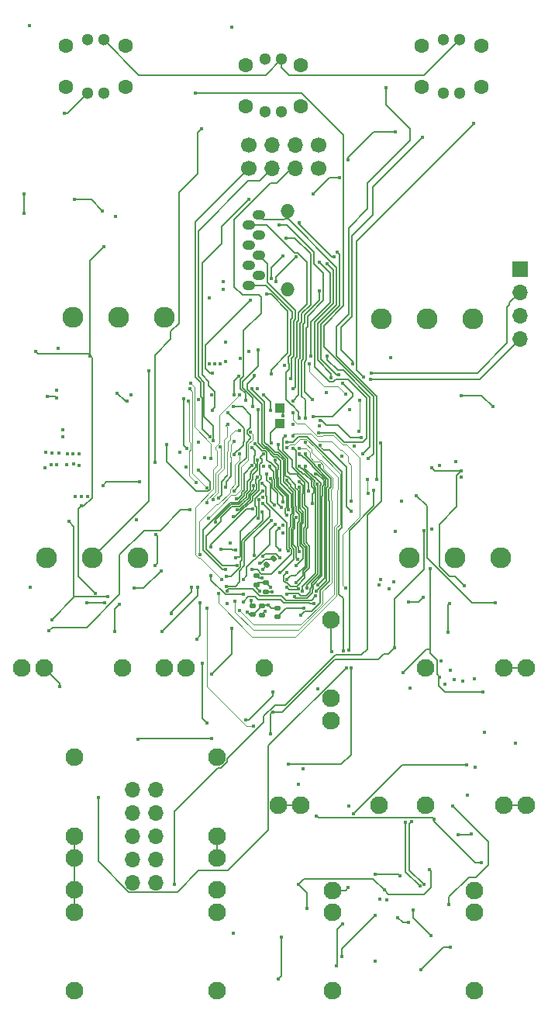
<source format=gbr>
G04 #@! TF.GenerationSoftware,KiCad,Pcbnew,7.0.6-0*
G04 #@! TF.CreationDate,2024-04-10T13:52:38-07:00*
G04 #@! TF.ProjectId,Sampler-built,53616d70-6c65-4722-9d62-75696c742e6b,rev?*
G04 #@! TF.SameCoordinates,PXb71b00PY73f50f0*
G04 #@! TF.FileFunction,Copper,L4,Bot*
G04 #@! TF.FilePolarity,Positive*
%FSLAX46Y46*%
G04 Gerber Fmt 4.6, Leading zero omitted, Abs format (unit mm)*
G04 Created by KiCad (PCBNEW 7.0.6-0) date 2024-04-10 13:52:38*
%MOMM*%
%LPD*%
G01*
G04 APERTURE LIST*
G04 Aperture macros list*
%AMRoundRect*
0 Rectangle with rounded corners*
0 $1 Rounding radius*
0 $2 $3 $4 $5 $6 $7 $8 $9 X,Y pos of 4 corners*
0 Add a 4 corners polygon primitive as box body*
4,1,4,$2,$3,$4,$5,$6,$7,$8,$9,$2,$3,0*
0 Add four circle primitives for the rounded corners*
1,1,$1+$1,$2,$3*
1,1,$1+$1,$4,$5*
1,1,$1+$1,$6,$7*
1,1,$1+$1,$8,$9*
0 Add four rect primitives between the rounded corners*
20,1,$1+$1,$2,$3,$4,$5,0*
20,1,$1+$1,$4,$5,$6,$7,0*
20,1,$1+$1,$6,$7,$8,$9,0*
20,1,$1+$1,$8,$9,$2,$3,0*%
G04 Aperture macros list end*
G04 #@! TA.AperFunction,ComponentPad*
%ADD10C,1.700000*%
G04 #@! TD*
G04 #@! TA.AperFunction,ComponentPad*
%ADD11O,1.700000X1.700000*%
G04 #@! TD*
G04 #@! TA.AperFunction,ComponentPad*
%ADD12R,1.700000X1.700000*%
G04 #@! TD*
G04 #@! TA.AperFunction,ComponentPad*
%ADD13C,1.930400*%
G04 #@! TD*
G04 #@! TA.AperFunction,SMDPad,CuDef*
%ADD14RoundRect,0.147500X-0.172500X0.147500X-0.172500X-0.147500X0.172500X-0.147500X0.172500X0.147500X0*%
G04 #@! TD*
G04 #@! TA.AperFunction,ComponentPad*
%ADD15C,1.600000*%
G04 #@! TD*
G04 #@! TA.AperFunction,ComponentPad*
%ADD16C,1.300000*%
G04 #@! TD*
G04 #@! TA.AperFunction,ComponentPad*
%ADD17O,1.397000X1.092200*%
G04 #@! TD*
G04 #@! TA.AperFunction,ComponentPad*
%ADD18O,1.524000X1.524000*%
G04 #@! TD*
G04 #@! TA.AperFunction,SMDPad,CuDef*
%ADD19R,1.000000X1.000000*%
G04 #@! TD*
G04 #@! TA.AperFunction,ComponentPad*
%ADD20C,2.286000*%
G04 #@! TD*
G04 #@! TA.AperFunction,SMDPad,CuDef*
%ADD21RoundRect,0.147500X0.172500X-0.147500X0.172500X0.147500X-0.172500X0.147500X-0.172500X-0.147500X0*%
G04 #@! TD*
G04 #@! TA.AperFunction,SMDPad,CuDef*
%ADD22RoundRect,0.147500X0.017678X-0.226274X0.226274X-0.017678X-0.017678X0.226274X-0.226274X0.017678X0*%
G04 #@! TD*
G04 #@! TA.AperFunction,ViaPad*
%ADD23C,0.400000*%
G04 #@! TD*
G04 #@! TA.AperFunction,Conductor*
%ADD24C,0.127000*%
G04 #@! TD*
G04 #@! TA.AperFunction,Conductor*
%ADD25C,0.203200*%
G04 #@! TD*
G04 #@! TA.AperFunction,Conductor*
%ADD26C,0.200000*%
G04 #@! TD*
G04 #@! TA.AperFunction,Conductor*
%ADD27C,0.100000*%
G04 #@! TD*
G04 APERTURE END LIST*
D10*
G04 #@! TO.P,J4,1,Pin_1*
G04 #@! TO.N,/UART_TX*
X151296648Y87529922D03*
G04 #@! TO.P,J4,2,Pin_2*
G04 #@! TO.N,GND*
X151296648Y90069922D03*
D11*
G04 #@! TO.P,J4,3,Pin_3*
G04 #@! TO.N,/UART_RX*
X153836648Y87529922D03*
G04 #@! TO.P,J4,4,Pin_4*
G04 #@! TO.N,GND*
X153836648Y90069922D03*
G04 #@! TO.P,J4,5,Pin_5*
G04 #@! TO.N,/DEBUG2*
X156376648Y87529922D03*
G04 #@! TO.P,J4,6,Pin_6*
G04 #@! TO.N,GND*
X156376648Y90069922D03*
D10*
G04 #@! TO.P,J4,7,Pin_7*
G04 #@! TO.N,/DEBUG3*
X158916648Y87529922D03*
G04 #@! TO.P,J4,8,Pin_8*
G04 #@! TO.N,GND*
X158916648Y90069922D03*
G04 #@! TD*
D12*
G04 #@! TO.P,J3,1,Pin_1*
G04 #@! TO.N,+3V3*
X180876648Y76529922D03*
D11*
G04 #@! TO.P,J3,2,Pin_2*
G04 #@! TO.N,/SWDCLK*
X180876648Y73989922D03*
G04 #@! TO.P,J3,3,Pin_3*
G04 #@! TO.N,GND*
X180876648Y71449922D03*
G04 #@! TO.P,J3,4,Pin_4*
G04 #@! TO.N,/SWDIO*
X180876648Y68909922D03*
G04 #@! TD*
G04 #@! TO.P,J10,1,-12V*
G04 #@! TO.N,Net-(D17-K)*
X141126648Y9559922D03*
G04 #@! TO.P,J10,2,-12V*
X138586648Y9559922D03*
G04 #@! TO.P,J10,3,GND*
G04 #@! TO.N,GND*
X141126648Y12099922D03*
G04 #@! TO.P,J10,4,GND*
X138586648Y12099922D03*
G04 #@! TO.P,J10,5,GND*
X141126648Y14639922D03*
G04 #@! TO.P,J10,6,GND*
X138586648Y14639922D03*
G04 #@! TO.P,J10,7,GND*
X141126648Y17179922D03*
G04 #@! TO.P,J10,8,GND*
X138586648Y17179922D03*
G04 #@! TO.P,J10,9,+12V*
G04 #@! TO.N,Net-(D16-A)*
X141126648Y19719922D03*
G04 #@! TO.P,J10,10,+12V*
X138586648Y19719922D03*
G04 #@! TD*
D13*
G04 #@! TO.P,J12,1,SIG*
G04 #@! TO.N,Net-(J12-SIG)*
X132258648Y23206922D03*
G04 #@! TO.P,J12,2,SHEILD*
G04 #@! TO.N,GND*
X132258648Y12234122D03*
G04 #@! TO.P,J12,3,SW*
X132258648Y14647122D03*
G04 #@! TD*
G04 #@! TO.P,J17,1,SIG*
G04 #@! TO.N,Net-(J17-SIG)*
X160450848Y-2252638D03*
G04 #@! TO.P,J17,2,SHEILD*
G04 #@! TO.N,GND*
X160450848Y8720162D03*
G04 #@! TO.P,J17,3,SW*
G04 #@! TO.N,unconnected-(J17-SW-Pad3)*
X160450848Y6307162D03*
G04 #@! TD*
G04 #@! TO.P,J16,1,SIG*
G04 #@! TO.N,Net-(J16-SIG)*
X175950848Y-2252638D03*
G04 #@! TO.P,J16,2,SHEILD*
G04 #@! TO.N,GND*
X175950848Y8720162D03*
G04 #@! TO.P,J16,3,SW*
G04 #@! TO.N,unconnected-(J16-SW-Pad3)*
X175950848Y6307162D03*
G04 #@! TD*
D14*
G04 #@! TO.P,C30,1*
G04 #@! TO.N,+3V3*
X154416648Y39504922D03*
G04 #@! TO.P,C30,2*
G04 #@! TO.N,GND*
X154416648Y38534922D03*
G04 #@! TD*
D15*
G04 #@! TO.P,Bank_But1,1,UP-A*
G04 #@! TO.N,unconnected-(Bank_But1-UP-A-Pad1)*
X176658648Y100899922D03*
G04 #@! TO.P,Bank_But1,2,POLE-A*
G04 #@! TO.N,Net-(Bank_But1-POLE-A)*
X170158648Y100899922D03*
G04 #@! TO.P,Bank_But1,3,DOWN-A*
G04 #@! TO.N,unconnected-(Bank_But1-DOWN-A-Pad3)*
X176658648Y96399922D03*
G04 #@! TO.P,Bank_But1,4,UP-B*
G04 #@! TO.N,GND*
X170158648Y96399922D03*
D16*
G04 #@! TO.P,Bank_But1,5,CA*
G04 #@! TO.N,+3V3*
X174308648Y101549922D03*
G04 #@! TO.P,Bank_But1,6,G*
G04 #@! TO.N,Net-(Bank_But1-G)*
X172508648Y101549922D03*
G04 #@! TO.P,Bank_But1,7,R*
G04 #@! TO.N,Net-(Bank_But1-R)*
X172508648Y95749922D03*
G04 #@! TO.P,Bank_But1,8,B*
G04 #@! TO.N,Net-(Bank_But1-B)*
X174308648Y95749922D03*
G04 #@! TD*
D17*
G04 #@! TO.P,SD1,1,DAT2*
G04 #@! TO.N,/D18*
X152356648Y82449673D03*
G04 #@! TO.P,SD1,2,CD/DAT3*
G04 #@! TO.N,/D19*
X151256828Y81349853D03*
G04 #@! TO.P,SD1,3,CMD*
G04 #@! TO.N,/D4*
X152356648Y80249779D03*
G04 #@! TO.P,SD1,4,VDD*
G04 #@! TO.N,+3V3*
X151256828Y79149959D03*
G04 #@! TO.P,SD1,5,CLK*
G04 #@! TO.N,/D9*
X152356648Y78049885D03*
G04 #@! TO.P,SD1,6,VSS*
G04 #@! TO.N,GND*
X151256828Y76950065D03*
G04 #@! TO.P,SD1,7,DAT0*
G04 #@! TO.N,/D16*
X152356648Y75849991D03*
G04 #@! TO.P,SD1,8,DAT1*
G04 #@! TO.N,/D17*
X151256828Y74750171D03*
D18*
G04 #@! TO.P,SD1,9,SHELL1*
G04 #@! TO.N,GND*
X155526568Y82892522D03*
G04 #@! TO.P,SD1,10,SHELL2*
X155526568Y74307322D03*
G04 #@! TD*
D19*
G04 #@! TO.P,C4,1*
G04 #@! TO.N,Net-(U2B-VCAP_1)*
X154630148Y59626600D03*
G04 #@! TO.P,C4,2*
G04 #@! TO.N,GND*
X154630148Y61326600D03*
G04 #@! TD*
D20*
G04 #@! TO.P,POT_LENGTH1,1,Left*
G04 #@! TO.N,GNDADC*
X139158648Y45045922D03*
G04 #@! TO.P,POT_LENGTH1,2,Center*
G04 #@! TO.N,Net-(POT_LENGTH1-Center)*
X134158648Y45045922D03*
G04 #@! TO.P,POT_LENGTH1,3,Right*
G04 #@! TO.N,VREF+*
X129158648Y45045922D03*
G04 #@! TD*
D13*
G04 #@! TO.P,J2,1,SIG*
G04 #@! TO.N,Net-(J2-SIG)*
X160286648Y38206922D03*
G04 #@! TO.P,J2,2,SHEILD*
G04 #@! TO.N,GND*
X160286648Y27234122D03*
G04 #@! TO.P,J2,3,SW*
X160286648Y29647122D03*
G04 #@! TD*
D20*
G04 #@! TO.P,POT_PITCH1,1,Left*
G04 #@! TO.N,GNDADC*
X175786648Y71045922D03*
G04 #@! TO.P,POT_PITCH1,2,Center*
G04 #@! TO.N,Net-(POT_PITCH1-Center)*
X170786648Y71045922D03*
G04 #@! TO.P,POT_PITCH1,3,Right*
G04 #@! TO.N,VREF+*
X165786648Y71045922D03*
G04 #@! TD*
D13*
G04 #@! TO.P,J7,1,SIG*
G04 #@! TO.N,Net-(J7-SIG)*
X137465648Y32999922D03*
G04 #@! TO.P,J7,2,SHEILD*
G04 #@! TO.N,GND*
X126492848Y32999922D03*
G04 #@! TO.P,J7,3,SW*
X128905848Y32999922D03*
G04 #@! TD*
D14*
G04 #@! TO.P,C32,1*
G04 #@! TO.N,+3V3*
X152704076Y39719376D03*
G04 #@! TO.P,C32,2*
G04 #@! TO.N,GND*
X152704076Y38749376D03*
G04 #@! TD*
D13*
G04 #@! TO.P,J6,1,SIG*
G04 #@! TO.N,Net-(J6-SIG)*
X152993648Y32999922D03*
G04 #@! TO.P,J6,2,SHEILD*
G04 #@! TO.N,GND*
X142020848Y32999922D03*
G04 #@! TO.P,J6,3,SW*
X144433848Y32999922D03*
G04 #@! TD*
G04 #@! TO.P,J15,1,SIG*
G04 #@! TO.N,Net-(J15-SIG)*
X147786648Y-2207078D03*
G04 #@! TO.P,J15,2,SHEILD*
G04 #@! TO.N,GND*
X147786648Y8765722D03*
G04 #@! TO.P,J15,3,SW*
G04 #@! TO.N,unconnected-(J15-SW-Pad3)*
X147786648Y6352722D03*
G04 #@! TD*
D15*
G04 #@! TO.P,REV_BUT1,1,UP-A*
G04 #@! TO.N,unconnected-(REV_BUT1-UP-A-Pad1)*
X137786648Y100899922D03*
G04 #@! TO.P,REV_BUT1,2,POLE-A*
G04 #@! TO.N,Net-(REV_BUT1-POLE-A)*
X131286648Y100899922D03*
G04 #@! TO.P,REV_BUT1,3,DOWN-A*
G04 #@! TO.N,unconnected-(REV_BUT1-DOWN-A-Pad3)*
X137786648Y96399922D03*
G04 #@! TO.P,REV_BUT1,4,UP-B*
G04 #@! TO.N,GND*
X131286648Y96399922D03*
D16*
G04 #@! TO.P,REV_BUT1,5,CA*
G04 #@! TO.N,+3V3*
X135436648Y101549922D03*
G04 #@! TO.P,REV_BUT1,6,G*
G04 #@! TO.N,Net-(REV_BUT1-G)*
X133636648Y101549922D03*
G04 #@! TO.P,REV_BUT1,7,R*
G04 #@! TO.N,Net-(REV_BUT1-R)*
X133636648Y95749922D03*
G04 #@! TO.P,REV_BUT1,8,B*
G04 #@! TO.N,Net-(REV_BUT1-B)*
X135436648Y95749922D03*
G04 #@! TD*
D14*
G04 #@! TO.P,C28,1*
G04 #@! TO.N,+3V3*
X153139940Y42275632D03*
G04 #@! TO.P,C28,2*
G04 #@! TO.N,GND*
X153139940Y41305632D03*
G04 #@! TD*
D21*
G04 #@! TO.P,C33,1*
G04 #@! TO.N,+3V3*
X152123940Y42070680D03*
G04 #@! TO.P,C33,2*
G04 #@! TO.N,GND*
X152123940Y43040680D03*
G04 #@! TD*
D13*
G04 #@! TO.P,J9,1,SIG*
G04 #@! TO.N,Net-(J9-SIG)*
X147786648Y23206922D03*
G04 #@! TO.P,J9,2,SHEILD*
G04 #@! TO.N,GND*
X147786648Y12234122D03*
G04 #@! TO.P,J9,3,SW*
X147786648Y14647122D03*
G04 #@! TD*
G04 #@! TO.P,J8,1,SIG*
G04 #@! TO.N,Net-(J8-SIG)*
X170579648Y32999922D03*
G04 #@! TO.P,J8,2,SHEILD*
G04 #@! TO.N,GND*
X181552448Y32999922D03*
G04 #@! TO.P,J8,3,SW*
X179139448Y32999922D03*
G04 #@! TD*
G04 #@! TO.P,J11,1,SIG*
G04 #@! TO.N,Net-(J11-SIG)*
X132258648Y-2207078D03*
G04 #@! TO.P,J11,2,SHEILD*
G04 #@! TO.N,GND*
X132258648Y8765722D03*
G04 #@! TO.P,J11,3,SW*
X132258648Y6352722D03*
G04 #@! TD*
G04 #@! TO.P,J13,1,SIG*
G04 #@! TO.N,Net-(J13-SIG)*
X170579648Y17999922D03*
G04 #@! TO.P,J13,2,SHEILD*
G04 #@! TO.N,GND*
X181552448Y17999922D03*
G04 #@! TO.P,J13,3,SW*
X179139448Y17999922D03*
G04 #@! TD*
D20*
G04 #@! TO.P,POT_START1,1,Left*
G04 #@! TO.N,GNDADC*
X178786648Y45045922D03*
G04 #@! TO.P,POT_START1,2,Center*
G04 #@! TO.N,Net-(POT_START1-Center)*
X173786648Y45045922D03*
G04 #@! TO.P,POT_START1,3,Right*
G04 #@! TO.N,VREF+*
X168786648Y45045922D03*
G04 #@! TD*
D13*
G04 #@! TO.P,J14,1,SIG*
G04 #@! TO.N,Net-(J14-SIG)*
X165493648Y17999922D03*
G04 #@! TO.P,J14,2,SHEILD*
G04 #@! TO.N,GND*
X154520848Y17999922D03*
G04 #@! TO.P,J14,3,SW*
X156933848Y17999922D03*
G04 #@! TD*
D15*
G04 #@! TO.P,PLAY_BUT1,1,UP-A*
G04 #@! TO.N,unconnected-(PLAY_BUT1-UP-A-Pad1)*
X156972648Y98799922D03*
G04 #@! TO.P,PLAY_BUT1,2,POLE-A*
G04 #@! TO.N,Net-(PLAY_BUT1-POLE-A)*
X150980648Y98799922D03*
G04 #@! TO.P,PLAY_BUT1,3,DOWN-A*
G04 #@! TO.N,unconnected-(PLAY_BUT1-DOWN-A-Pad3)*
X156972648Y94299922D03*
G04 #@! TO.P,PLAY_BUT1,4,UP-B*
G04 #@! TO.N,GND*
X150980648Y94299922D03*
D16*
G04 #@! TO.P,PLAY_BUT1,5,CA*
G04 #@! TO.N,+3V3*
X154876648Y99449922D03*
G04 #@! TO.P,PLAY_BUT1,6,G*
G04 #@! TO.N,Net-(PLAY_BUT1-G)*
X153076648Y99449922D03*
G04 #@! TO.P,PLAY_BUT1,7,R*
G04 #@! TO.N,Net-(PLAY_BUT1-R)*
X153076648Y93649922D03*
G04 #@! TO.P,PLAY_BUT1,8,B*
G04 #@! TO.N,Net-(PLAY_BUT1-B)*
X154876648Y93649922D03*
G04 #@! TD*
D22*
G04 #@! TO.P,C27,1*
G04 #@! TO.N,+3V3*
X153267201Y44203653D03*
G04 #@! TO.P,C27,2*
G04 #@! TO.N,GND*
X153953095Y44889547D03*
G04 #@! TD*
D21*
G04 #@! TO.P,C31,1*
G04 #@! TO.N,+3V3*
X151744972Y38806272D03*
G04 #@! TO.P,C31,2*
G04 #@! TO.N,GND*
X151744972Y39776272D03*
G04 #@! TD*
D20*
G04 #@! TO.P,POT_SAMP1,1,Left*
G04 #@! TO.N,GNDADC*
X142090000Y71226000D03*
G04 #@! TO.P,POT_SAMP1,2,Center*
G04 #@! TO.N,Net-(POT_SAMP1-Center)*
X137090000Y71226000D03*
G04 #@! TO.P,POT_SAMP1,3,Right*
G04 #@! TO.N,VREF+*
X132090000Y71226000D03*
G04 #@! TD*
D23*
G04 #@! TO.N,GND*
X130940000Y58200000D03*
X156117073Y59548450D03*
X131410000Y55160000D03*
X158776648Y30719922D03*
X133636648Y51719922D03*
X138409685Y62820315D03*
X132346570Y51710000D03*
X130281700Y55138300D03*
X166366648Y7679922D03*
X151310000Y67540000D03*
X130310000Y63320000D03*
X152691884Y42777168D03*
X152810149Y51643849D03*
X162116648Y9009922D03*
X132780000Y55100000D03*
X173076648Y36899922D03*
X157242383Y21986500D03*
X151544820Y40342832D03*
X153876648Y30389922D03*
X172116648Y55039922D03*
X173226648Y40039922D03*
X135366648Y52909922D03*
X154980148Y60486600D03*
X148490000Y74320000D03*
X162776648Y57189922D03*
X143776500Y56520000D03*
X127326648Y103049922D03*
X154826648Y3639922D03*
X150911648Y27329922D03*
X127386648Y41789922D03*
X159780000Y63010000D03*
X139346648Y53259922D03*
X149436648Y102949922D03*
X175596648Y14829922D03*
X130480000Y67850000D03*
X154496648Y-975078D03*
X162296648Y61199922D03*
X133016648Y51699922D03*
X157274273Y39541587D03*
X132110000Y55230000D03*
X175976648Y22179922D03*
X153781798Y41245040D03*
X153060753Y39164582D03*
X145760000Y62250000D03*
X136706648Y82264922D03*
X173850000Y55510000D03*
X130990000Y59000000D03*
X167280000Y47870000D03*
X174106648Y14749922D03*
X155027148Y47736600D03*
X145736562Y57639836D03*
X129701700Y55168300D03*
X167930000Y51160000D03*
X129036648Y54819922D03*
X152500148Y44446600D03*
X148470000Y75160000D03*
X174520000Y53804922D03*
X130586648Y30989922D03*
X171257148Y48100000D03*
G04 #@! TO.N,+3V3*
X155180148Y65996600D03*
X147220148Y62746600D03*
X147186648Y32269922D03*
X152870148Y55026600D03*
X132020000Y56370000D03*
X161480612Y56105497D03*
X148907284Y40008568D03*
X150352208Y66786780D03*
X146930000Y73380000D03*
X129750000Y38260000D03*
X153665212Y41781488D03*
X155026648Y48556600D03*
X152466112Y41346010D03*
X139016648Y49139922D03*
X135890000Y40800000D03*
X131430000Y56310000D03*
X171110000Y43840000D03*
X152830148Y43746600D03*
X130540000Y56420000D03*
X129081700Y56498300D03*
X132750000Y56360000D03*
X131610000Y48970000D03*
X149216148Y46643048D03*
X129771700Y56468300D03*
X176880000Y30340000D03*
X158960148Y59386600D03*
X149416648Y37309922D03*
X172144510Y31979637D03*
X151100148Y39056600D03*
X168160000Y32440000D03*
X153413498Y39811210D03*
G04 #@! TO.N,/A4*
X141756648Y36919922D03*
X145720000Y41770000D03*
G04 #@! TO.N,GNDADC*
X167071522Y42341522D03*
X165649998Y42660000D03*
G04 #@! TO.N,/A5*
X146216648Y33449922D03*
X146706648Y27010422D03*
X142806648Y38889922D03*
X144980000Y41810000D03*
G04 #@! TO.N,+12V*
X174500000Y54482531D03*
X171256648Y54799922D03*
X133906648Y67059922D03*
X156706648Y20259922D03*
X162196648Y17889922D03*
X175196648Y19109922D03*
X165086648Y959922D03*
X165616648Y7779922D03*
X149566648Y4059922D03*
X135456648Y78989922D03*
X139156648Y25159922D03*
X147196648Y25259922D03*
X128010000Y67563651D03*
X180400000Y24740000D03*
X132976648Y50659922D03*
X174784148Y41939922D03*
X134509257Y41137313D03*
G04 #@! TO.N,-12VA*
X135320000Y82890000D03*
X167566648Y5739922D03*
X170996648Y10969922D03*
X167186648Y35159922D03*
X157636648Y6759922D03*
X153886648Y28169922D03*
X166096648Y8729922D03*
X168706648Y5169922D03*
X170390000Y47970000D03*
X156706648Y9359922D03*
X132260000Y84080000D03*
X153686648Y25799922D03*
G04 #@! TO.N,/A2*
X145595316Y36155314D03*
X145980000Y40100000D03*
G04 #@! TO.N,/A7*
X177910000Y61500000D03*
X174470000Y62700000D03*
X144920000Y64050000D03*
X147160000Y55880000D03*
G04 #@! TO.N,/A6*
X147270148Y61056600D03*
X151260000Y84150000D03*
X149669346Y56295598D03*
X148974993Y60866600D03*
G04 #@! TO.N,/D6*
X165256648Y53549922D03*
X166227800Y96296803D03*
G04 #@! TO.N,/D8*
X141020000Y55440000D03*
X157634612Y41705009D03*
X158728011Y53049600D03*
X141026648Y44149922D03*
X146130000Y91840000D03*
X141080000Y47540000D03*
G04 #@! TO.N,/A9*
X145500000Y53240000D03*
X144702493Y62086180D03*
G04 #@! TO.N,/D15*
X155620000Y22450000D03*
X162450000Y33020000D03*
X162230000Y34890000D03*
X164940000Y52403500D03*
X157820148Y52266600D03*
X155230004Y58266644D03*
G04 #@! TO.N,/D13*
X161630000Y34870000D03*
X155470000Y57619241D03*
X161920000Y33020000D03*
X134816648Y18829922D03*
G04 #@! TO.N,VREF+*
X144410000Y54880000D03*
X129300000Y62650000D03*
X166600000Y41650000D03*
X130290000Y62440000D03*
X165510000Y42070000D03*
X146460000Y55910000D03*
G04 #@! TO.N,/D11*
X163726648Y56359922D03*
X159838769Y67022043D03*
X158040000Y67050000D03*
X158976648Y77269922D03*
G04 #@! TO.N,/D10*
X145470000Y95759922D03*
X164346648Y55799922D03*
G04 #@! TO.N,/D14*
X160616648Y77859922D03*
X156750000Y81620000D03*
X159814039Y77087313D03*
X158862341Y58658793D03*
G04 #@! TO.N,/D12*
X160943648Y78389922D03*
X161550000Y64050000D03*
X158320148Y60376600D03*
X161106648Y64999922D03*
G04 #@! TO.N,/D0*
X170210000Y90900000D03*
X162606500Y66192256D03*
G04 #@! TO.N,/D1*
X153750000Y75460000D03*
X155040000Y77950000D03*
X162110000Y88450000D03*
X147310000Y65160000D03*
X158310000Y84700000D03*
X151470000Y73103000D03*
X161186500Y86510000D03*
X167320000Y91490000D03*
G04 #@! TO.N,/D3*
X158226648Y62279922D03*
X154606648Y81329922D03*
G04 #@! TO.N,/D2*
X143186648Y9350000D03*
X165710000Y57560000D03*
X159051468Y59997921D03*
X163516648Y58119922D03*
G04 #@! TO.N,/D5*
X175840000Y92440000D03*
X163794998Y64744998D03*
G04 #@! TO.N,/D19*
X156143699Y63436471D03*
G04 #@! TO.N,/D18*
X160296648Y64669922D03*
G04 #@! TO.N,/D7*
X156778407Y55003681D03*
X141676648Y43559922D03*
X157164104Y41332685D03*
X138770000Y41680000D03*
X126710000Y82620000D03*
X126710000Y84730000D03*
G04 #@! TO.N,/D17*
X156787911Y60248837D03*
G04 #@! TO.N,/D16*
X158976648Y74149922D03*
X157430148Y60226600D03*
G04 #@! TO.N,/D9*
X155836648Y64599922D03*
G04 #@! TO.N,/A0*
X145916648Y45379922D03*
X151780000Y26609922D03*
X146680000Y39500000D03*
X150275255Y56326600D03*
G04 #@! TO.N,/A1*
X146682904Y52643666D03*
X144840000Y63440000D03*
G04 #@! TO.N,/A3*
X144180000Y62400000D03*
X144490000Y56980000D03*
G04 #@! TO.N,/A8*
X144860000Y50250000D03*
X148117148Y57109600D03*
X129466648Y37039922D03*
X146726648Y50979922D03*
G04 #@! TO.N,Net-(J2-SIG)*
X160300000Y34750000D03*
G04 #@! TO.N,Net-(C46-Pad1)*
X169590000Y51820000D03*
X178240000Y40110000D03*
G04 #@! TO.N,Net-(POT_LENGTH1-Center)*
X140330000Y65450000D03*
G04 #@! TO.N,Net-(REV_BUT1-R)*
X131130000Y93550000D03*
G04 #@! TO.N,/D4*
X156090148Y62136600D03*
X155354039Y79907313D03*
G04 #@! TO.N,/VCOM*
X176676648Y11769922D03*
X171546648Y16479922D03*
X158646648Y16839922D03*
G04 #@! TO.N,GNDA*
X165046648Y10419922D03*
X173556648Y17879922D03*
X173146648Y7149922D03*
X167766648Y10249922D03*
G04 #@! TO.N,Net-(U2B-VCAP_1)*
X153702594Y57499046D03*
G04 #@! TO.N,+3.3VADC*
X145780000Y54560000D03*
X137974685Y62075315D03*
X142280000Y57400000D03*
X136900000Y62990000D03*
G04 #@! TO.N,/BOOT0*
X151690148Y61476600D03*
X152260000Y67720000D03*
G04 #@! TO.N,Net-(C152-Pad1)*
X165066648Y5969922D03*
X161426648Y1499922D03*
G04 #@! TO.N,Net-(C152-Pad2)*
X161526648Y5059922D03*
X160826648Y489922D03*
G04 #@! TO.N,Net-(C153-Pad1)*
X170106648Y59922D03*
X173256648Y2479922D03*
G04 #@! TO.N,Net-(C153-Pad2)*
X171176648Y3739922D03*
X169236648Y6559922D03*
G04 #@! TO.N,/SWDCLK*
X164690000Y65180000D03*
G04 #@! TO.N,/SWDIO*
X164550000Y64510000D03*
G04 #@! TO.N,/UART_TX*
X147005436Y58236342D03*
G04 #@! TO.N,/UART_RX*
X147406648Y57773342D03*
G04 #@! TO.N,/DEBUG2*
X150920148Y62176600D03*
G04 #@! TO.N,/DEBUG3*
X153740148Y65076600D03*
X156426648Y77839922D03*
X153196648Y73749922D03*
X154226648Y75109922D03*
G04 #@! TO.N,Net-(J9-SIG)*
X135570000Y40129922D03*
X133546648Y40129922D03*
X137126648Y39899922D03*
X136616648Y36989922D03*
G04 #@! TO.N,/LOUT+*
X170418085Y9336875D03*
X169090443Y16181525D03*
G04 #@! TO.N,/LOUT-*
X169952549Y9155823D03*
X168420000Y16130000D03*
G04 #@! TO.N,Net-(U15A--)*
X168700000Y40170000D03*
X170296648Y40680000D03*
G04 #@! TO.N,/I2C1_SCL*
X175920000Y31780000D03*
X148730000Y68500000D03*
G04 #@! TO.N,/I2C1_SDA*
X172250000Y33780000D03*
X152237926Y63473227D03*
G04 #@! TO.N,/RIN*
X162746648Y17079922D03*
X175030000Y22370000D03*
G04 #@! TO.N,/SAI_SD_B*
X174616648Y31529922D03*
X146963500Y66149922D03*
G04 #@! TO.N,/SAI_MCLK*
X148175714Y66207986D03*
X172736648Y31229922D03*
G04 #@! TO.N,/SD-NBL1*
X156470148Y44196600D03*
X151580148Y63466600D03*
G04 #@! TO.N,/SD-NBL0*
X150276648Y62821634D03*
X148356648Y42619922D03*
G04 #@! TO.N,/SD-CKE1*
X154650148Y43426600D03*
X151870148Y64906600D03*
G04 #@! TO.N,/CODEC_RESET*
X177000000Y25940000D03*
X166790000Y66860000D03*
G04 #@! TO.N,/SAI_FS*
X173746648Y31709922D03*
X147596648Y66149922D03*
G04 #@! TO.N,/SAI_SCK*
X148729797Y66438194D03*
X173283148Y32766922D03*
G04 #@! TO.N,/SAI_SD_A*
X168866648Y30799922D03*
X150195162Y64810000D03*
X149630148Y62826600D03*
G04 #@! TO.N,/SD-NCAS*
X153660148Y61116600D03*
X152880148Y62816600D03*
X152280148Y61176600D03*
X151650148Y43766600D03*
G04 #@! TO.N,/SD-D2*
X158400148Y39986600D03*
X150651504Y40204801D03*
X161870000Y41730000D03*
X156125175Y60876600D03*
G04 #@! TO.N,/SD-D3*
X163296648Y58829922D03*
X148890148Y41366600D03*
X164246648Y53549922D03*
X158601969Y40818655D03*
X157880518Y66160422D03*
X163396648Y62209922D03*
X164310000Y52040000D03*
X161866648Y62859922D03*
G04 #@! TO.N,/SD-A0*
X149670441Y52293100D03*
X149588033Y61484485D03*
G04 #@! TO.N,/SD-A2*
X147389582Y51366988D03*
X148977832Y59564212D03*
G04 #@! TO.N,/SD-A1*
X149850148Y45816600D03*
X151473713Y58738745D03*
X148190148Y45896600D03*
X146899678Y49360392D03*
G04 #@! TO.N,/SD-CLK*
X154500000Y57370000D03*
X155443718Y43410078D03*
G04 #@! TO.N,/SD-A3*
X150284091Y58916225D03*
X148006582Y51559724D03*
G04 #@! TO.N,/SD-A4*
X152340328Y51316420D03*
X152254794Y49305314D03*
G04 #@! TO.N,/SD-NWE*
X151588309Y57046600D03*
X148740148Y43726600D03*
G04 #@! TO.N,/SD-A5*
X149665923Y57685332D03*
X148748336Y52733600D03*
G04 #@! TO.N,/SD-BA1*
X149849851Y45036600D03*
X152797148Y52286600D03*
X162446648Y51199922D03*
X156130148Y58266600D03*
G04 #@! TO.N,/SD-BA0*
X158236000Y50910000D03*
X156130148Y56976600D03*
X153730148Y49056600D03*
X151862231Y45252043D03*
G04 #@! TO.N,/SD-D1*
X149780148Y40276600D03*
X157426648Y57619922D03*
G04 #@! TO.N,/SD-A12*
X159099759Y57294467D03*
X156430148Y49406600D03*
X156590148Y44846600D03*
X162496648Y50089922D03*
G04 #@! TO.N,/SD-A11*
X149610148Y49456600D03*
X154680148Y44996600D03*
X152807895Y45158949D03*
X152877297Y56333838D03*
G04 #@! TO.N,/SD-NE1*
X147940148Y41136600D03*
X155449403Y57015476D03*
G04 #@! TO.N,/SD-D0*
X156787799Y56943323D03*
X150260148Y39246600D03*
G04 #@! TO.N,/SD-A7*
X155455148Y49651600D03*
X154582854Y48209306D03*
X151951309Y57466600D03*
X154688298Y45813057D03*
G04 #@! TO.N,/SD-A10*
X152234981Y55686600D03*
X147660148Y48906600D03*
G04 #@! TO.N,/SD-D10*
X158823541Y42066567D03*
X156775100Y56326600D03*
G04 #@! TO.N,/SD-D15*
X156956648Y38749922D03*
X158953774Y55094484D03*
G04 #@! TO.N,/SD-A6*
X151654168Y55072826D03*
X149961416Y51445332D03*
G04 #@! TO.N,/SD-A9*
X150038468Y50238280D03*
X152252454Y53771044D03*
G04 #@! TO.N,/SD-D5*
X148850148Y41906600D03*
X152770148Y50906600D03*
X155027148Y51066600D03*
X153524955Y55019407D03*
G04 #@! TO.N,/SD-D6*
X150660148Y42626600D03*
X154180148Y55671564D03*
X155627148Y50236600D03*
X154140148Y48606600D03*
G04 #@! TO.N,/SD-D8*
X155422344Y53444567D03*
X156816648Y45646600D03*
G04 #@! TO.N,/SD-D11*
X158686648Y41363891D03*
X155430148Y41786600D03*
X157425121Y56316600D03*
X156730172Y41581667D03*
G04 #@! TO.N,/SD-D14*
X158532955Y54159407D03*
X156256828Y40763280D03*
G04 #@! TO.N,/SD-D13*
X155456208Y41036600D03*
X157420148Y55021622D03*
G04 #@! TO.N,/SD-NRAS*
X149987018Y44144194D03*
X151799795Y52896246D03*
G04 #@! TO.N,/SD-A8*
X155559845Y45760041D03*
X152753295Y53108833D03*
G04 #@! TO.N,/SD-D4*
X151727148Y50346600D03*
X150655660Y41044066D03*
X153260148Y54176600D03*
X147160148Y43096600D03*
X154070148Y50758942D03*
X147170148Y46206600D03*
G04 #@! TO.N,/SD-D7*
X152739623Y49983600D03*
X153623148Y53656600D03*
X148863648Y43004332D03*
X154808468Y50528280D03*
G04 #@! TO.N,/SD-D9*
X155456445Y42643258D03*
X156786828Y52733280D03*
G04 #@! TO.N,/SD-D12*
X156764898Y53310030D03*
X156404241Y42265255D03*
G04 #@! TD*
D24*
G04 #@! TO.N,GND*
X132258648Y12234122D02*
X132258648Y8765722D01*
X152123940Y43040680D02*
X152387452Y42777168D01*
D25*
X157222534Y39489848D02*
X157274273Y39541587D01*
D24*
X173076648Y39889922D02*
X173226648Y40039922D01*
X179139448Y17999922D02*
X181552448Y17999922D01*
X152609613Y44446600D02*
X153033455Y44870442D01*
D26*
X135366648Y52909922D02*
X135716648Y53259922D01*
D25*
X155371574Y39489848D02*
X154416648Y38534922D01*
D24*
X154520848Y17999922D02*
X156933848Y17999922D01*
D26*
X151256648Y27329922D02*
X153876648Y29949922D01*
D24*
X175596648Y14829922D02*
X175516648Y14749922D01*
X147786648Y14647122D02*
X147786648Y12234122D01*
X151544820Y40342832D02*
X151544820Y39846656D01*
D25*
X153721206Y41305632D02*
X153139940Y41305632D01*
X155371574Y39489848D02*
X157222534Y39489848D01*
D24*
X152387452Y42777168D02*
X152691884Y42777168D01*
D26*
X154826648Y3639922D02*
X154826648Y-645078D01*
D24*
X179139448Y32999922D02*
X181552448Y32999922D01*
D25*
X153781798Y41245040D02*
X153721206Y41305632D01*
D24*
X175516648Y14749922D02*
X174106648Y14749922D01*
D26*
X154826648Y-645078D02*
X154496648Y-975078D01*
D24*
X161826888Y8720162D02*
X162116648Y9009922D01*
X132258648Y8765722D02*
X132258648Y6352722D01*
X128905848Y32999922D02*
X130586648Y31319122D01*
D26*
X135716648Y53259922D02*
X139346648Y53259922D01*
X153876648Y29949922D02*
X153876648Y30389922D01*
D24*
X152704076Y38807905D02*
X153060753Y39164582D01*
X132258648Y14647122D02*
X132258648Y12234122D01*
X152500148Y44446600D02*
X152609613Y44446600D01*
X173076648Y36899922D02*
X173076648Y39889922D01*
D26*
X150911648Y27329922D02*
X151256648Y27329922D01*
D24*
X154980148Y60486600D02*
X154980148Y60976600D01*
X130586648Y31319122D02*
X130586648Y30989922D01*
X160450848Y8720162D02*
X161826888Y8720162D01*
X153033455Y44870442D02*
X153800770Y44870442D01*
D25*
G04 #@! TO.N,+3V3*
X171848400Y33811600D02*
X171848400Y33151600D01*
D24*
X152769468Y39592008D02*
X152988670Y39811210D01*
D25*
X154876648Y99449922D02*
X154876648Y98530684D01*
D24*
X152123940Y41688182D02*
X152466112Y41346010D01*
D25*
X172740000Y30340000D02*
X176880000Y30340000D01*
X171110000Y34550000D02*
X171110000Y34980000D01*
X131610000Y48970000D02*
X132150000Y48430000D01*
X139288248Y97698322D02*
X135436648Y101549922D01*
X132150000Y48430000D02*
X132150000Y40660000D01*
D24*
X153634084Y41781488D02*
X153139940Y42275632D01*
D25*
X149416648Y37309922D02*
X149416648Y34499922D01*
X172010000Y31070000D02*
X172740000Y30340000D01*
X153413498Y39811210D02*
X153719786Y39504922D01*
X153125048Y97698322D02*
X139288248Y97698322D01*
X151790972Y38806272D02*
X152704076Y39719376D01*
X168160000Y32440000D02*
X170700000Y34980000D01*
X132150000Y40660000D02*
X129750000Y38260000D01*
X172144510Y31979637D02*
X172010000Y31845127D01*
X171850000Y32274147D02*
X171850000Y33150000D01*
X135890000Y40800000D02*
X135825713Y40735713D01*
X171110000Y34980000D02*
X171110000Y43840000D01*
D24*
X152830148Y43746600D02*
X152830148Y43766600D01*
X153665212Y41781488D02*
X153634084Y41781488D01*
D25*
X154876648Y98530684D02*
X155709010Y97698322D01*
X153139940Y42275632D02*
X152328892Y42275632D01*
D24*
X152830148Y43766600D02*
X153267201Y44203653D01*
D25*
X132225713Y40735713D02*
X132150000Y40660000D01*
X135825713Y40735713D02*
X132225713Y40735713D01*
X151100148Y39056600D02*
X151434182Y38722566D01*
X170457048Y97698322D02*
X174308648Y101549922D01*
X153719786Y39504922D02*
X154416648Y39504922D01*
X149416648Y34499922D02*
X147186648Y32269922D01*
D24*
X152988670Y39811210D02*
X153413498Y39811210D01*
D25*
X172010000Y31845127D02*
X172010000Y31070000D01*
X171848400Y33151600D02*
X171850000Y33150000D01*
X155709010Y97698322D02*
X170457048Y97698322D01*
X170700000Y34980000D02*
X171110000Y34980000D01*
X171848400Y33811600D02*
X171110000Y34550000D01*
X152328892Y42275632D02*
X152123940Y42070680D01*
X154876648Y99449922D02*
X153125048Y97698322D01*
X151434182Y38722566D02*
X151744972Y38722566D01*
X172144510Y31979637D02*
X171850000Y32274147D01*
D24*
X152123940Y42070680D02*
X152123940Y41688182D01*
G04 #@! TO.N,/A4*
X141756648Y36919922D02*
X145720000Y40883274D01*
X145720000Y40883274D02*
X145720000Y41770000D01*
G04 #@! TO.N,/A5*
X144980000Y41270000D02*
X144980000Y41810000D01*
X142806648Y38889922D02*
X142806648Y39096648D01*
X146216648Y27500422D02*
X146706648Y27010422D01*
X142806648Y39096648D02*
X144980000Y41270000D01*
X146216648Y33449922D02*
X146216648Y27500422D01*
D25*
G04 #@! TO.N,+12V*
X174775570Y41939922D02*
X173775570Y42939922D01*
X132660048Y50343322D02*
X132976648Y50659922D01*
X171574039Y54482531D02*
X171256648Y54799922D01*
X173960000Y50563274D02*
X173960000Y53942531D01*
X133906648Y67059922D02*
X133906648Y67300000D01*
X134138248Y66828322D02*
X133906648Y67059922D01*
X174500000Y54482531D02*
X171574039Y54482531D01*
X133286018Y50659922D02*
X134138248Y51512152D01*
X147196648Y25259922D02*
X139256648Y25259922D01*
X133906648Y67300000D02*
X133906648Y77439922D01*
X139256648Y25259922D02*
X139156648Y25159922D01*
X134509257Y41137313D02*
X132660048Y42986522D01*
X174784148Y41939922D02*
X174775570Y41939922D01*
X132976648Y50659922D02*
X133286018Y50659922D01*
X173960000Y53942531D02*
X174500000Y54482531D01*
X132660048Y42986522D02*
X132660048Y50343322D01*
X173775570Y42939922D02*
X173206648Y42939922D01*
X172066648Y48669922D02*
X173960000Y50563274D01*
X173206648Y42939922D02*
X172066648Y44079922D01*
X133906648Y67300000D02*
X128273651Y67300000D01*
X128273651Y67300000D02*
X128010000Y67563651D01*
X134138248Y51512152D02*
X134138248Y66828322D01*
X133906648Y77439922D02*
X135456648Y78989922D01*
X172066648Y44079922D02*
X172066648Y48669922D01*
D26*
G04 #@! TO.N,-12VA*
X168136648Y5169922D02*
X167566648Y5739922D01*
X171136458Y10830112D02*
X171136458Y9039732D01*
X167186648Y40526648D02*
X170390000Y43730000D01*
X165460000Y33930000D02*
X166020000Y34490000D01*
X168706648Y5169922D02*
X168136648Y5169922D01*
X157332088Y9985362D02*
X156706648Y9359922D01*
D24*
X134130000Y84080000D02*
X132260000Y84080000D01*
D26*
X167186648Y35159922D02*
X167186648Y40526648D01*
D24*
X135320000Y82890000D02*
X134130000Y84080000D01*
D26*
X164841208Y9985362D02*
X157332088Y9985362D01*
X153686648Y27969922D02*
X153886648Y28169922D01*
X171136458Y9039732D02*
X170376648Y8279922D01*
X157636648Y6759922D02*
X157636648Y8429922D01*
X157636648Y8429922D02*
X156706648Y9359922D01*
X166096648Y8729922D02*
X164841208Y9985362D01*
X170376648Y8279922D02*
X166546648Y8279922D01*
X153886648Y28169922D02*
X154929922Y28169922D01*
X153686648Y27969922D02*
X153686648Y25799922D01*
X166020000Y34490000D02*
X166516726Y34490000D01*
X160690000Y33930000D02*
X165460000Y33930000D01*
X166516726Y34490000D02*
X167186648Y35159922D01*
X154929922Y28169922D02*
X160690000Y33930000D01*
X170390000Y43730000D02*
X170390000Y47970000D01*
X170996648Y10969922D02*
X171136458Y10830112D01*
X166546648Y8279922D02*
X166096648Y8729922D01*
D24*
G04 #@! TO.N,/A2*
X145980000Y36539998D02*
X145595316Y36155314D01*
X145980000Y40100000D02*
X145980000Y36539998D01*
D27*
G04 #@! TO.N,/A7*
X145330000Y59290000D02*
X145330000Y63640000D01*
X145330000Y63640000D02*
X144920000Y64050000D01*
X147160000Y55880000D02*
X147160000Y57460000D01*
D24*
X176710000Y62700000D02*
X174470000Y62700000D01*
X177910000Y61500000D02*
X176710000Y62700000D01*
D27*
X147160000Y57460000D02*
X145330000Y59290000D01*
D24*
G04 #@! TO.N,/A6*
X150747591Y57736491D02*
X150747591Y59108213D01*
X148290000Y79270000D02*
X148290000Y81180000D01*
X146160000Y64970000D02*
X146160000Y77140000D01*
X147583148Y63098112D02*
X146890000Y63791260D01*
X150671309Y57660209D02*
X150747591Y57736491D01*
X150083267Y56790100D02*
X150206826Y56790100D01*
X150747591Y59108213D02*
X148998839Y60856965D01*
X146890000Y63791260D02*
X146890000Y64240000D01*
X148290000Y81180000D02*
X151260000Y84150000D01*
X149669346Y56295598D02*
X149669346Y56376179D01*
X148998839Y60856965D02*
X148974993Y60856965D01*
X146890000Y64240000D02*
X146160000Y64970000D01*
X147270148Y61056600D02*
X147270148Y61150148D01*
X147270148Y61150148D02*
X147583148Y61463148D01*
X150206826Y56790100D02*
X150671309Y57254583D01*
X149669346Y56376179D02*
X150083267Y56790100D01*
X146160000Y77140000D02*
X148290000Y79270000D01*
X147583148Y61463148D02*
X147583148Y63098112D01*
X150671309Y57254583D02*
X150671309Y57660209D01*
G04 #@! TO.N,/D6*
X162180000Y81000000D02*
X162180000Y71570000D01*
X165256648Y62607864D02*
X165256648Y53549922D01*
X168900000Y90550000D02*
X164270000Y85920000D01*
X168900000Y91816570D02*
X168900000Y90550000D01*
X164270000Y83090000D02*
X162180000Y81000000D01*
X166227800Y96296803D02*
X166227800Y94488770D01*
X160870000Y70260000D02*
X160870000Y66994512D01*
X164270000Y85920000D02*
X164270000Y83090000D01*
X166227800Y94488770D02*
X168900000Y91816570D01*
X162180000Y71570000D02*
X160870000Y70260000D01*
X160870000Y66994512D02*
X165256648Y62607864D01*
G04 #@! TO.N,/D8*
X141020000Y67110000D02*
X142770000Y68860000D01*
X145650000Y91360000D02*
X146130000Y91840000D01*
X158826000Y43225145D02*
X157634612Y42033757D01*
X158826000Y51896556D02*
X158826000Y43225145D01*
X158830148Y51900704D02*
X158826000Y51896556D01*
X141270000Y47350000D02*
X141080000Y47540000D01*
X143630000Y70560000D02*
X143630000Y84900000D01*
X143630000Y84900000D02*
X145650000Y86920000D01*
X158728011Y53049600D02*
X158830148Y52947463D01*
X158830148Y52947463D02*
X158830148Y51900704D01*
X141270000Y44393274D02*
X141026648Y44149922D01*
X141020000Y55440000D02*
X141020000Y67110000D01*
X142770000Y68860000D02*
X142770000Y69700000D01*
X145650000Y86920000D02*
X145650000Y91360000D01*
X142770000Y69700000D02*
X143630000Y70560000D01*
X157634612Y42033757D02*
X157634612Y41705009D01*
X141270000Y44393274D02*
X141270000Y47350000D01*
D27*
G04 #@! TO.N,/A9*
X145500000Y53240000D02*
X144800000Y53940000D01*
X144800000Y56650000D02*
X144930000Y56780000D01*
X144720000Y57710000D02*
X144720000Y61880000D01*
X144800000Y53940000D02*
X144800000Y56650000D01*
X144720000Y62068673D02*
X144702493Y62086180D01*
X144930000Y57500000D02*
X144720000Y57710000D01*
X144720000Y61880000D02*
X144710000Y61890000D01*
X144720000Y61880000D02*
X144720000Y62068673D01*
X144930000Y56780000D02*
X144930000Y57500000D01*
D24*
G04 #@! TO.N,/D15*
X164940000Y50668066D02*
X162250000Y47978066D01*
X155030148Y58066788D02*
X155030148Y56648652D01*
X157780148Y52306600D02*
X157820148Y52266600D01*
X162450000Y33020000D02*
X162450000Y23540000D01*
X156031174Y54915821D02*
X156960148Y53986847D01*
X161360000Y22450000D02*
X155620000Y22450000D01*
X155230004Y58266644D02*
X155030148Y58066788D01*
X156031174Y55655574D02*
X156031174Y54915821D01*
X155331174Y56347626D02*
X155339122Y56347626D01*
X156960148Y53956600D02*
X157780148Y53136600D01*
X162250000Y47978066D02*
X162250000Y34910000D01*
X157780148Y53136600D02*
X157780148Y52306600D01*
X162250000Y34910000D02*
X162230000Y34890000D01*
X155030148Y56648652D02*
X155331174Y56347626D01*
X155339122Y56347626D02*
X156031174Y55655574D01*
X162450000Y23540000D02*
X161360000Y22450000D01*
X156960148Y53986847D02*
X156960148Y53956600D01*
X164940000Y52403500D02*
X164940000Y50668066D01*
G04 #@! TO.N,/D13*
X161630000Y40560000D02*
X161630000Y34870000D01*
X161130000Y47980000D02*
X161130000Y41060000D01*
X148955000Y10855000D02*
X153392148Y15292148D01*
X161466648Y54413511D02*
X161466648Y48316648D01*
X138166842Y8546422D02*
X134816648Y11896616D01*
X161130000Y41060000D02*
X161630000Y40560000D01*
X156727151Y58210000D02*
X157670159Y58210000D01*
X143476422Y8546422D02*
X138166842Y8546422D01*
X161920000Y33020000D02*
X153392148Y24492148D01*
X156136392Y57619241D02*
X156727151Y58210000D01*
X153392148Y24492148D02*
X153392148Y15292148D01*
X148955000Y10855000D02*
X145785000Y10855000D01*
X161466648Y48316648D02*
X161130000Y47980000D01*
X145785000Y10855000D02*
X143476422Y8546422D01*
X134816648Y11896616D02*
X134816648Y18829922D01*
X157670159Y58210000D02*
X161466648Y54413511D01*
X155492714Y57619241D02*
X156136392Y57619241D01*
D25*
G04 #@! TO.N,VREF+*
X130080000Y62650000D02*
X130290000Y62440000D01*
X129300000Y62650000D02*
X130080000Y62650000D01*
D24*
G04 #@! TO.N,/D11*
X163726648Y56359922D02*
X164506648Y57139922D01*
X158976648Y77269922D02*
X160179648Y76066922D01*
X164506648Y57139922D02*
X164506648Y62532370D01*
X161575596Y65463422D02*
X160993148Y65463422D01*
X160179648Y76066922D02*
X160179648Y72882922D01*
X158040000Y70743274D02*
X158040000Y67050000D01*
X159838769Y66617801D02*
X159838769Y67022043D01*
X160993148Y65463422D02*
X159838769Y66617801D01*
X164506648Y62532370D02*
X161575596Y65463422D01*
X160179648Y72882922D02*
X158040000Y70743274D01*
G04 #@! TO.N,/D10*
X161650000Y72503482D02*
X159470000Y70323482D01*
X164886648Y56339922D02*
X164346648Y55799922D01*
X159470000Y70323482D02*
X159470000Y68046300D01*
X145470000Y95759922D02*
X157016665Y95759922D01*
X164886648Y62629652D02*
X164886648Y56339922D01*
X161650000Y91126587D02*
X161650000Y72503482D01*
X159470000Y68046300D02*
X164886648Y62629652D01*
X157016665Y95759922D02*
X161650000Y91126587D01*
G04 #@! TO.N,/D14*
X158486648Y67701434D02*
X158486648Y65824434D01*
X160104660Y64206422D02*
X160488636Y64206422D01*
X158500148Y68098910D02*
X158500148Y67714934D01*
X160616648Y77859922D02*
X160336648Y77859922D01*
X159814039Y77087313D02*
X160506648Y76394704D01*
X164116648Y62459922D02*
X164116648Y58064434D01*
X156750000Y81446570D02*
X156750000Y81620000D01*
X163708636Y57656422D02*
X161670148Y57656422D01*
X160506648Y72747474D02*
X158486648Y70727474D01*
X158486648Y65824434D02*
X160104660Y64206422D01*
X162098636Y64477934D02*
X164116648Y62459922D01*
X164116648Y58064434D02*
X163708636Y57656422D01*
X160760148Y64477934D02*
X162098636Y64477934D01*
X160488636Y64206422D02*
X160760148Y64477934D01*
X158486648Y68112410D02*
X158500148Y68098910D01*
X160506648Y76394704D02*
X160506648Y72747474D01*
X161670148Y57656422D02*
X160667777Y58658793D01*
X158486648Y70727474D02*
X158486648Y68112410D01*
X160667777Y58658793D02*
X158862341Y58658793D01*
X158500148Y67714934D02*
X158486648Y67701434D01*
X160336648Y77859922D02*
X156750000Y81446570D01*
G04 #@! TO.N,/D12*
X161206648Y78126922D02*
X161206648Y72522578D01*
X162661648Y62938352D02*
X161550000Y64050000D01*
X159154148Y70470078D02*
X159154148Y66697910D01*
X158320148Y60376600D02*
X160411827Y60376600D01*
X160852136Y64999922D02*
X161106648Y64999922D01*
X160943648Y78389922D02*
X161206648Y78126922D01*
X160411827Y60376600D02*
X162661648Y62626421D01*
X159154148Y66697910D02*
X160852136Y64999922D01*
X161206648Y72522578D02*
X159154148Y70470078D01*
X162661648Y62626421D02*
X162661648Y62938352D01*
G04 #@! TO.N,/D0*
X162606500Y66453500D02*
X162606500Y66192256D01*
X164790000Y82400000D02*
X162520000Y80130000D01*
X161330000Y67730000D02*
X162606500Y66453500D01*
X164790000Y85480000D02*
X164790000Y82400000D01*
X170210000Y90900000D02*
X164790000Y85480000D01*
X162520000Y80130000D02*
X162520000Y71320000D01*
X161330000Y70130000D02*
X161330000Y67730000D01*
X162520000Y71320000D02*
X161330000Y70130000D01*
G04 #@! TO.N,/D1*
X158310000Y84700000D02*
X160120000Y86510000D01*
X153750000Y75460000D02*
X153750000Y76660000D01*
X146540000Y65670000D02*
X147050000Y65160000D01*
X146540000Y68173000D02*
X146540000Y65670000D01*
X153750000Y76660000D02*
X155040000Y77950000D01*
X162110000Y88450000D02*
X162110000Y88690000D01*
X151470000Y73103000D02*
X146540000Y68173000D01*
X147050000Y65160000D02*
X147310000Y65160000D01*
X162110000Y88690000D02*
X164910000Y91490000D01*
X160120000Y86510000D02*
X161186500Y86510000D01*
X164910000Y91490000D02*
X167320000Y91490000D01*
G04 #@! TO.N,/D3*
X155416648Y81329922D02*
X154606648Y81329922D01*
X157380648Y66379234D02*
X157573148Y66571734D01*
X157573148Y70086422D02*
X157709648Y70222922D01*
X158226648Y62279922D02*
X157380648Y63125922D01*
X159440148Y73106078D02*
X159440148Y76036422D01*
X159440148Y76036422D02*
X158383648Y77092922D01*
X157573148Y66571734D02*
X157573148Y70086422D01*
X157709648Y71375578D02*
X159440148Y73106078D01*
X158383648Y77092922D02*
X158383648Y78362922D01*
X157380648Y63125922D02*
X157380648Y66379234D01*
X158383648Y78362922D02*
X155416648Y81329922D01*
X157709648Y70222922D02*
X157709648Y71375578D01*
G04 #@! TO.N,/D2*
X148915348Y23085348D02*
X148915348Y22739399D01*
X160990148Y59506600D02*
X162376826Y58119922D01*
X155300000Y28950000D02*
X154152659Y28950000D01*
X147908222Y22078222D02*
X143186648Y17356648D01*
X159735123Y59506600D02*
X160990148Y59506600D01*
X165710000Y57560000D02*
X165776648Y57493352D01*
X152920000Y27090000D02*
X148915348Y23085348D01*
X165776648Y51183688D02*
X164216500Y49623540D01*
X163580000Y34390000D02*
X160740000Y34390000D01*
X159051468Y59997921D02*
X159243802Y59997921D01*
X152920000Y27717341D02*
X152920000Y27090000D01*
X154152659Y28950000D02*
X152920000Y27717341D01*
X143186648Y17356648D02*
X143186648Y9350000D01*
X164216500Y49623540D02*
X164216500Y35026500D01*
X164216500Y35026500D02*
X163580000Y34390000D01*
X165776648Y57493352D02*
X165776648Y51183688D01*
X148254171Y22078222D02*
X147908222Y22078222D01*
X162376826Y58119922D02*
X163516648Y58119922D01*
X159243802Y59997921D02*
X159735123Y59506600D01*
X148915348Y22739399D02*
X148254171Y22078222D01*
X160740000Y34390000D02*
X155300000Y28950000D01*
G04 #@! TO.N,/D5*
X175840000Y92440000D02*
X175840000Y92320000D01*
X163070000Y65469996D02*
X163794998Y64744998D01*
X163070000Y79550000D02*
X163070000Y65469996D01*
X175840000Y92320000D02*
X163070000Y79550000D01*
G04 #@! TO.N,/D19*
X156533648Y70726922D02*
X156723648Y70916922D01*
X157646648Y72699922D02*
X157646648Y77275410D01*
X156303148Y78303422D02*
X153256717Y81349853D01*
X156143699Y63436471D02*
X156336648Y63629420D01*
X153256717Y81349853D02*
X151256828Y81349853D01*
X157646648Y77275410D02*
X156618636Y78303422D01*
X156336648Y63629420D02*
X156336648Y66722578D01*
X156723648Y71776922D02*
X157646648Y72699922D01*
X156533648Y66919578D02*
X156533648Y70726922D01*
X156618636Y78303422D02*
X156303148Y78303422D01*
X156723648Y70916922D02*
X156723648Y71776922D01*
X156336648Y66722578D02*
X156533648Y66919578D01*
G04 #@! TO.N,/D18*
X160866648Y76689922D02*
X155589548Y81967022D01*
X158827148Y67579486D02*
X158827148Y70605526D01*
X160866648Y72645026D02*
X160866648Y76689922D01*
X155096191Y81920000D02*
X152886321Y81920000D01*
X155143213Y81967022D02*
X155096191Y81920000D01*
X158827148Y70605526D02*
X160866648Y72645026D01*
X155589548Y81967022D02*
X155143213Y81967022D01*
X160296648Y64669922D02*
X160296648Y65092962D01*
X158813648Y67565986D02*
X158827148Y67579486D01*
X158813648Y66575962D02*
X158813648Y67565986D01*
X160296648Y65092962D02*
X158813648Y66575962D01*
X152886321Y81920000D02*
X152356648Y82449673D01*
G04 #@! TO.N,/D7*
X139796726Y41680000D02*
X141676648Y43559922D01*
X158364511Y52899033D02*
X158603148Y52660396D01*
X158603148Y51994730D02*
X158599000Y51990582D01*
X157164104Y41889989D02*
X157164104Y41332685D01*
X138770000Y41680000D02*
X139796726Y41680000D01*
X157458675Y54388073D02*
X157469196Y54388073D01*
X126710000Y82620000D02*
X126710000Y84730000D01*
X158599000Y43324885D02*
X157164104Y41889989D01*
X157109526Y54737222D02*
X157458675Y54388073D01*
X158599000Y51990582D02*
X158599000Y43324885D01*
X157469196Y54388073D02*
X158480148Y53377121D01*
X158480148Y53377121D02*
X158480148Y53315804D01*
X157044866Y54737222D02*
X157109526Y54737222D01*
X158364511Y53200167D02*
X158364511Y52899033D01*
X158480148Y53315804D02*
X158364511Y53200167D01*
X158603148Y52660396D02*
X158603148Y51994730D01*
X156778407Y55003681D02*
X157044866Y54737222D01*
G04 #@! TO.N,/D17*
X155993648Y61673100D02*
X156732968Y60933780D01*
X156732968Y60933780D02*
X156732968Y60461332D01*
X156732968Y60461332D02*
X156787911Y60406389D01*
X155643648Y65551612D02*
X155306648Y65214612D01*
X155879648Y67190474D02*
X155616648Y66927474D01*
X156787911Y60406389D02*
X156787911Y60248837D01*
X155643648Y66188588D02*
X155643648Y65551612D01*
X155306648Y62264612D02*
X155898160Y61673100D01*
X153170994Y74750171D02*
X156056648Y71864517D01*
X155616648Y66215588D02*
X155643648Y66188588D01*
X155306648Y65214612D02*
X155306648Y62264612D01*
X155616648Y66927474D02*
X155616648Y66215588D01*
X156056648Y71864517D02*
X156056648Y71174818D01*
X155879648Y70997818D02*
X155879648Y67190474D01*
X155898160Y61673100D02*
X155993648Y61673100D01*
X156056648Y71174818D02*
X155879648Y70997818D01*
X151256828Y74750171D02*
X153170994Y74750171D01*
G04 #@! TO.N,/D16*
X157187648Y70456026D02*
X157187648Y66648682D01*
X157377648Y70646026D02*
X157187648Y70456026D01*
X157187648Y66648682D02*
X157053648Y66514682D01*
X157430148Y62261152D02*
X157430148Y60226600D01*
X157053648Y62637652D02*
X157430148Y62261152D01*
X158976648Y73105026D02*
X157377648Y71506026D01*
X158976648Y74149922D02*
X158976648Y73105026D01*
X157053648Y66514682D02*
X157053648Y62637652D01*
X157377648Y71506026D02*
X157377648Y70646026D01*
G04 #@! TO.N,/D9*
X155836648Y64599922D02*
X155970648Y64733922D01*
X156396648Y71986965D02*
X153326648Y75056965D01*
X153326648Y75056965D02*
X153326648Y77079885D01*
X156206648Y70862370D02*
X156396648Y71052370D01*
X155943648Y66792026D02*
X156206648Y67055026D01*
X156206648Y67055026D02*
X156206648Y70862370D01*
X155970648Y64733922D02*
X155970648Y66324036D01*
X156396648Y71052370D02*
X156396648Y71986965D01*
X155943648Y66351036D02*
X155943648Y66792026D01*
X155970648Y66324036D02*
X155943648Y66351036D01*
X153326648Y77079885D02*
X152356648Y78049885D01*
D27*
G04 #@! TO.N,/A0*
X145826648Y48959922D02*
X145826648Y45469922D01*
X150275255Y55686807D02*
X149793648Y55205200D01*
X145826648Y48959922D02*
X147706648Y50839922D01*
X149220441Y52137186D02*
X147923177Y50839922D01*
X149793648Y55205200D02*
X149793648Y53029922D01*
X145826648Y45469922D02*
X145916648Y45379922D01*
X149793648Y53029922D02*
X149770866Y53029922D01*
X150275255Y56326600D02*
X150275255Y55686807D01*
X146680000Y30925173D02*
X146680000Y39500000D01*
X149220441Y52479497D02*
X149220441Y52137186D01*
X150995251Y26609922D02*
X146680000Y30925173D01*
X147706648Y50839922D02*
X147923177Y50839922D01*
X151780000Y26609922D02*
X150995251Y26609922D01*
X149220441Y52479497D02*
X149770866Y53029922D01*
G04 #@! TO.N,/A1*
X146682904Y52643666D02*
X145130000Y54196570D01*
X145130000Y63150000D02*
X144840000Y63440000D01*
X145130000Y54196570D02*
X145130000Y63150000D01*
D24*
G04 #@! TO.N,/A3*
X144490000Y56980000D02*
X144180000Y57290000D01*
X144180000Y57290000D02*
X144180000Y62400000D01*
G04 #@! TO.N,/A8*
X139809922Y48009922D02*
X137170000Y45370000D01*
X144860000Y50250000D02*
X143846726Y50250000D01*
D27*
X147606383Y54198216D02*
X148227148Y54818981D01*
X146726648Y50979922D02*
X146726648Y51339744D01*
D24*
X141606648Y48009922D02*
X139809922Y48009922D01*
X137170000Y40993274D02*
X133586648Y37409922D01*
D27*
X147606383Y52219479D02*
X147606383Y54198216D01*
X146726648Y51339744D02*
X147606383Y52219479D01*
X148227148Y56999600D02*
X148117148Y57109600D01*
D24*
X137170000Y45370000D02*
X137170000Y40993274D01*
D27*
X148227148Y54818981D02*
X148227148Y56999600D01*
D24*
X129836648Y37409922D02*
X129466648Y37039922D01*
X143846726Y50250000D02*
X141606648Y48009922D01*
X133586648Y37409922D02*
X129836648Y37409922D01*
D25*
G04 #@! TO.N,Net-(J2-SIG)*
X160300000Y34750000D02*
X160286648Y34763352D01*
X160286648Y34763352D02*
X160286648Y38206922D01*
D24*
G04 #@! TO.N,Net-(C46-Pad1)*
X170753500Y50656500D02*
X170753500Y45018162D01*
X175661662Y40110000D02*
X178240000Y40110000D01*
X170753500Y45018162D02*
X175661662Y40110000D01*
X169590000Y51820000D02*
X170753500Y50656500D01*
G04 #@! TO.N,Net-(POT_LENGTH1-Center)*
X134158648Y45045922D02*
X140330000Y51217274D01*
X140330000Y51217274D02*
X140330000Y65450000D01*
G04 #@! TO.N,Net-(REV_BUT1-R)*
X133636648Y95749922D02*
X131436726Y93550000D01*
X131436726Y93550000D02*
X131130000Y93550000D01*
G04 #@! TO.N,/D4*
X158056648Y72647474D02*
X157050648Y71641474D01*
X158056648Y78152370D02*
X158056648Y72647474D01*
X157050648Y70781474D02*
X156860648Y70591474D01*
X156860648Y66784130D02*
X156726648Y66650130D01*
X156726648Y66650130D02*
X156726648Y62773100D01*
X157050648Y71641474D02*
X157050648Y70781474D01*
X156301705Y79907313D02*
X158056648Y78152370D01*
X156726648Y62773100D02*
X156090148Y62136600D01*
X155354039Y79907313D02*
X156301705Y79907313D01*
X156860648Y70591474D02*
X156860648Y66784130D01*
G04 #@! TO.N,/VCOM*
X171406570Y16620000D02*
X158866570Y16620000D01*
X171546648Y16479922D02*
X171406570Y16620000D01*
X176676648Y11769922D02*
X175986648Y11769922D01*
X171546648Y16209922D02*
X171546648Y16479922D01*
X175986648Y11769922D02*
X171546648Y16209922D01*
X158866570Y16620000D02*
X158646648Y16839922D01*
G04 #@! TO.N,GNDA*
X167766648Y10249922D02*
X167596648Y10419922D01*
X177420148Y14016422D02*
X177420148Y11513422D01*
X173556648Y17879922D02*
X177420148Y14016422D01*
X173146648Y7989922D02*
X173146648Y7149922D01*
X167596648Y10419922D02*
X165046648Y10419922D01*
X177420148Y11513422D02*
X176046648Y10139922D01*
X175296648Y10139922D02*
X173146648Y7989922D01*
X176046648Y10139922D02*
X175296648Y10139922D01*
G04 #@! TO.N,Net-(U2B-VCAP_1)*
X153620148Y57581492D02*
X153620148Y58616600D01*
X153620148Y58616600D02*
X154248491Y59244943D01*
X153702594Y57499046D02*
X153620148Y57581492D01*
G04 #@! TO.N,+3.3VADC*
X142280000Y55495544D02*
X142280000Y57400000D01*
X146826648Y52249922D02*
X145525622Y52249922D01*
X147046404Y53293596D02*
X147046404Y52469678D01*
X136900000Y62990000D02*
X137814685Y62075315D01*
X147046404Y52469678D02*
X146826648Y52249922D01*
X145525622Y52249922D02*
X142280000Y55495544D01*
X145780000Y54560000D02*
X147046404Y53293596D01*
X137814685Y62075315D02*
X137974685Y62075315D01*
G04 #@! TO.N,/BOOT0*
X151690148Y62485574D02*
X151690148Y61476600D01*
X152266148Y67713852D02*
X152266148Y65898533D01*
X152266148Y65898533D02*
X150714215Y64346600D01*
X150587696Y64224148D02*
X150587696Y63588026D01*
X150710148Y64346600D02*
X150587696Y64224148D01*
X152260000Y67720000D02*
X152266148Y67713852D01*
X150714215Y64346600D02*
X150710148Y64346600D01*
X150587696Y63588026D02*
X151690148Y62485574D01*
D26*
G04 #@! TO.N,Net-(C152-Pad1)*
X161426648Y2329922D02*
X165066648Y5969922D01*
X161426648Y1499922D02*
X161426648Y2329922D01*
G04 #@! TO.N,Net-(C152-Pad2)*
X160926648Y589922D02*
X160926648Y4459922D01*
X160926648Y4459922D02*
X161526648Y5059922D01*
X160826648Y489922D02*
X160926648Y589922D01*
G04 #@! TO.N,Net-(C153-Pad1)*
X172526648Y2479922D02*
X173256648Y2479922D01*
X170106648Y59922D02*
X172526648Y2479922D01*
G04 #@! TO.N,Net-(C153-Pad2)*
X169236648Y6559922D02*
X169236648Y5679922D01*
X169236648Y5679922D02*
X171176648Y3739922D01*
D24*
G04 #@! TO.N,/SWDCLK*
X179720000Y72590000D02*
X179720000Y72833274D01*
X176220000Y65180000D02*
X179510000Y68470000D01*
X179510000Y72380000D02*
X179720000Y72590000D01*
X179510000Y68470000D02*
X179510000Y72380000D01*
X179720000Y72833274D02*
X180876648Y73989922D01*
X164690000Y65180000D02*
X176220000Y65180000D01*
G04 #@! TO.N,/SWDIO*
X180876648Y68909922D02*
X176476726Y64510000D01*
X176476726Y64510000D02*
X164550000Y64510000D01*
G04 #@! TO.N,/UART_TX*
X146183648Y59058130D02*
X146183648Y62461988D01*
X145440000Y81673274D02*
X151296648Y87529922D01*
X146043500Y64116500D02*
X145440000Y64720000D01*
X146183648Y62461988D02*
X146043500Y62602136D01*
X147005436Y58236342D02*
X146183648Y59058130D01*
X145440000Y64720000D02*
X145440000Y81673274D01*
X146043500Y62602136D02*
X146043500Y64116500D01*
G04 #@! TO.N,/UART_RX*
X145780000Y80690000D02*
X151211637Y86121637D01*
X145780000Y64790000D02*
X145780000Y80690000D01*
X146410647Y64159353D02*
X145780000Y64790000D01*
X146410647Y60385923D02*
X146410647Y64159353D01*
X147380000Y57799990D02*
X147380000Y59416570D01*
X151211637Y86121637D02*
X152428363Y86121637D01*
X147380000Y59416570D02*
X146410647Y60385923D01*
X147406648Y57773342D02*
X147380000Y57799990D01*
X152428363Y86121637D02*
X153836648Y87529922D01*
G04 #@! TO.N,/DEBUG2*
X154346648Y85919922D02*
X155956648Y87529922D01*
X153676648Y85919922D02*
X154346648Y85919922D01*
X150920148Y62934548D02*
X150360696Y63494000D01*
X150360696Y64437148D02*
X150715708Y64792160D01*
X152600000Y73441082D02*
X152351082Y73690000D01*
X150600000Y73690000D02*
X149696648Y74593352D01*
X150920148Y62176600D02*
X150920148Y62934548D01*
X152351082Y73690000D02*
X150600000Y73690000D01*
X150715708Y69854292D02*
X150794292Y69854292D01*
X149696648Y74593352D02*
X149696648Y81939922D01*
X149696648Y81939922D02*
X153676648Y85919922D01*
X150715708Y64792160D02*
X150715708Y69854292D01*
X152600000Y71660000D02*
X152600000Y73441082D01*
X150794292Y69854292D02*
X152600000Y71660000D01*
X150360696Y63494000D02*
X150360696Y64437148D01*
G04 #@! TO.N,/DEBUG3*
X153740148Y65513422D02*
X155552648Y67325922D01*
X153740148Y65076600D02*
X153740148Y65513422D01*
X153708795Y73749922D02*
X153196648Y73749922D01*
X154226648Y75639922D02*
X156426648Y77839922D01*
X155552648Y71906069D02*
X153708795Y73749922D01*
X154226648Y75109922D02*
X154226648Y75639922D01*
X155552648Y67325922D02*
X155552648Y71906069D01*
G04 #@! TO.N,Net-(J9-SIG)*
X136616648Y36989922D02*
X136616648Y39389922D01*
X135570000Y40129922D02*
X133546648Y40129922D01*
X136616648Y39389922D02*
X137126648Y39899922D01*
D26*
G04 #@! TO.N,/LOUT+*
X170418085Y9336875D02*
X168840000Y10914960D01*
X168840000Y15931082D02*
X169090443Y16181525D01*
X168840000Y10914960D02*
X168840000Y15931082D01*
G04 #@! TO.N,/LOUT-*
X168420000Y10688371D02*
X168420000Y16130000D01*
X169952549Y9155823D02*
X168420000Y10688371D01*
D25*
G04 #@! TO.N,Net-(U15A--)*
X170296648Y40680000D02*
X169786648Y40170000D01*
X169786648Y40170000D02*
X168700000Y40170000D01*
D24*
G04 #@! TO.N,/RIN*
X162746648Y17079922D02*
X168036726Y22370000D01*
X168036726Y22370000D02*
X175030000Y22370000D01*
G04 #@! TO.N,/SD-NBL1*
X155572911Y53808067D02*
X156401398Y52979580D01*
X152987148Y62009600D02*
X152987148Y57580626D01*
X151589655Y63407093D02*
X152987148Y62009600D01*
X151589655Y63471567D02*
X151589655Y63407093D01*
X156401398Y52979580D02*
X156401398Y52604643D01*
X157180148Y44906600D02*
X156470148Y44196600D01*
X156846648Y48707167D02*
X156846648Y46383178D01*
X157020648Y49817126D02*
X157020647Y48881166D01*
X154199216Y56489064D02*
X154528279Y56489062D01*
X157020647Y48881166D02*
X156846648Y48707167D01*
X156671647Y50166127D02*
X157020648Y49817126D01*
X157180148Y46049678D02*
X157180148Y44906600D01*
X154528279Y56489062D02*
X155286344Y55730997D01*
X155478681Y53808067D02*
X155572911Y53808067D01*
X156401398Y52604643D02*
X156671647Y52334394D01*
X155286344Y55730997D02*
X155286344Y54000404D01*
X155286344Y54000404D02*
X155478681Y53808067D01*
X153189438Y57378336D02*
X153309945Y57378335D01*
X153309945Y57378335D02*
X154199216Y56489064D01*
X152987148Y57580626D02*
X153189438Y57378336D01*
X156846648Y46383178D02*
X157180148Y46049678D01*
X156671647Y52334394D02*
X156671647Y50166127D01*
D27*
G04 #@! TO.N,/SD-NBL0*
X148030148Y60591141D02*
X150260641Y62821634D01*
X145416648Y50537987D02*
X147400000Y52521339D01*
X147790000Y56650000D02*
X147620000Y56820000D01*
X148356648Y42619922D02*
X145946648Y45029922D01*
X147621287Y56821287D02*
X147621287Y57108713D01*
X147620000Y56820000D02*
X147621287Y56821287D01*
X147621287Y57108713D02*
X148030148Y57517575D01*
X147400000Y52521339D02*
X147400000Y54670000D01*
X148030148Y57517575D02*
X148030148Y60591141D01*
X147400000Y54670000D02*
X147790000Y55060000D01*
X147790000Y55060000D02*
X147790000Y56650000D01*
X145416648Y45384947D02*
X145416648Y50537987D01*
X145946648Y45029922D02*
X145771673Y45029922D01*
X145771673Y45029922D02*
X145416648Y45384947D01*
D24*
G04 #@! TO.N,/SD-CKE1*
X155917148Y48183574D02*
X155917148Y46237831D01*
X151870148Y64756600D02*
X151103374Y63989826D01*
X156226648Y44843100D02*
X154865605Y43482057D01*
X156217647Y49713073D02*
X156066648Y49562074D01*
X155059344Y55636971D02*
X155059344Y53279977D01*
X151103374Y63989826D02*
X151103374Y63393374D01*
X156127148Y50571693D02*
X156217648Y50481193D01*
X153095411Y57151337D02*
X153215918Y57151336D01*
X156066648Y49562074D02*
X156066647Y48333073D01*
X151103374Y63393374D02*
X152760148Y61736600D01*
X152760148Y61736600D02*
X152760148Y57486600D01*
X156226648Y45928331D02*
X156226648Y44843100D01*
X156066647Y48333073D02*
X155917148Y48183574D01*
X154865605Y43482057D02*
X154622079Y43482057D01*
X151870148Y64906600D02*
X151870148Y64756600D01*
X154434252Y56262063D02*
X155059344Y55636971D01*
X155059344Y53279977D02*
X156127148Y52212173D01*
X155917148Y46237831D02*
X156226648Y45928331D01*
X154105190Y56262064D02*
X154434252Y56262063D01*
X156127148Y52212173D02*
X156127148Y50571693D01*
X152760148Y57486600D02*
X153095411Y57151337D01*
X156217648Y50481193D02*
X156217647Y49713073D01*
X153215918Y57151336D02*
X154105190Y56262064D01*
G04 #@! TO.N,/SAI_SD_A*
X150195162Y64810000D02*
X149672810Y64287648D01*
X149672810Y64287648D02*
X149672810Y62883938D01*
G04 #@! TO.N,/SD-NCAS*
X155900148Y51986600D02*
X155900148Y50477667D01*
X155990648Y50387167D02*
X155990648Y49807100D01*
X151687868Y43728880D02*
X151650148Y43766600D01*
X154764148Y55611141D02*
X154764148Y53122600D01*
X155690148Y48277600D02*
X155690148Y46143805D01*
X155923345Y45419797D02*
X153770148Y43266600D01*
X152902410Y56924338D02*
X153121891Y56924337D01*
X153660148Y62051083D02*
X153660148Y61116600D01*
X154764148Y53122600D02*
X155900148Y51986600D01*
X155839648Y48427100D02*
X155690148Y48277600D01*
X152889868Y62821363D02*
X153660148Y62051083D01*
X155839648Y49656100D02*
X155839648Y48427100D01*
X153770148Y43266600D02*
X152670148Y43266600D01*
X155690148Y46143805D02*
X155923345Y45910608D01*
X152280148Y57651828D02*
X152314809Y57617167D01*
X155923345Y45910608D02*
X155923345Y45419797D01*
X155990648Y49807100D02*
X155839648Y49656100D01*
X152207868Y43728880D02*
X151687868Y43728880D01*
X154011164Y56035064D02*
X154340225Y56035064D01*
X154340225Y56035064D02*
X154764148Y55611141D01*
X152314809Y57511939D02*
X152902410Y56924338D01*
X155900148Y50477667D02*
X155990648Y50387167D01*
X152670148Y43266600D02*
X152207868Y43728880D01*
X153121891Y56924337D02*
X154011164Y56035064D01*
X152314809Y57617167D02*
X152314809Y57511939D01*
X152280148Y61176600D02*
X152280148Y57651828D01*
D27*
G04 #@! TO.N,/SD-D2*
X161540292Y57342922D02*
X160543292Y58339922D01*
X161520000Y42596570D02*
X161510000Y42606570D01*
D24*
X151940148Y40756600D02*
X152260148Y40436600D01*
X157970148Y40016600D02*
X158370148Y40016600D01*
D27*
X160543292Y58339922D02*
X159385800Y58339922D01*
X159347478Y58301600D02*
X159156648Y58301600D01*
D24*
X155110148Y40066600D02*
X157920148Y40066600D01*
D27*
X156542990Y59636600D02*
X157370467Y59636600D01*
X161977912Y57342922D02*
X161540292Y57342922D01*
D24*
X152260148Y40436600D02*
X154740148Y40436600D01*
D27*
X163426648Y49456648D02*
X163426648Y55894186D01*
X157370467Y59636600D02*
X158711774Y58295293D01*
X158711774Y58295293D02*
X159231455Y58295293D01*
X161510000Y47540000D02*
X163426648Y49456648D01*
X159385800Y58339922D02*
X159347478Y58301600D01*
D24*
X151203303Y40756600D02*
X151940148Y40756600D01*
D27*
X156125175Y60857100D02*
X156125175Y60054415D01*
X161870000Y41730000D02*
X161520000Y42080000D01*
X161510000Y42606570D02*
X161510000Y47540000D01*
X156125175Y60054415D02*
X156542990Y59636600D01*
D24*
X154740148Y40436600D02*
X155110148Y40066600D01*
X157920148Y40066600D02*
X157970148Y40016600D01*
D27*
X163426648Y55894186D02*
X161977912Y57342922D01*
D24*
X158370148Y40016600D02*
X158400148Y39986600D01*
X150651504Y40204801D02*
X151203303Y40756600D01*
D27*
X161520000Y42080000D02*
X161520000Y42596570D01*
G04 #@! TO.N,/SD-D3*
X163396648Y62209922D02*
X163396648Y58929922D01*
X157880518Y65309836D02*
X159500354Y63690000D01*
D24*
X155320148Y40356600D02*
X158139914Y40356600D01*
X154829616Y40847132D02*
X155320148Y40356600D01*
X148890148Y41366600D02*
X149110148Y41586600D01*
X149110148Y41586600D02*
X151711455Y41586600D01*
D27*
X163396648Y58929922D02*
X163296648Y58829922D01*
X159500354Y63690000D02*
X161036570Y63690000D01*
X157880518Y66160422D02*
X157880518Y65309836D01*
X164246648Y52103352D02*
X164246648Y53549922D01*
D24*
X158139914Y40356600D02*
X158601969Y40818655D01*
X151711455Y41586600D02*
X152450922Y40847132D01*
D27*
X161036570Y63690000D02*
X161866648Y62859922D01*
D24*
X152450922Y40847132D02*
X154829616Y40847132D01*
D27*
X164310000Y52040000D02*
X164246648Y52103352D01*
D24*
G04 #@! TO.N,/SD-A0*
X151470148Y59256600D02*
X151110213Y58896665D01*
X150602263Y61484485D02*
X151470148Y60616600D01*
X151110213Y58896665D02*
X151110213Y58588178D01*
X151483148Y58009600D02*
X150998309Y57524761D01*
X150998309Y55947413D02*
X150214193Y55163297D01*
X150214193Y55163297D02*
X150214193Y52836852D01*
X150214193Y52836852D02*
X149670441Y52293100D01*
X149588033Y61484485D02*
X150602263Y61484485D01*
X151483148Y58215243D02*
X151483148Y58009600D01*
X150998309Y57524761D02*
X150998309Y55947413D01*
X151470148Y60616600D02*
X151470148Y59256600D01*
X151110213Y58588178D02*
X151483148Y58215243D01*
D27*
G04 #@! TO.N,/SD-A2*
X148893648Y58211718D02*
X148893648Y59317100D01*
X148893648Y59317100D02*
X148807148Y59403600D01*
X148567148Y56920422D02*
X148567148Y57885218D01*
D24*
X148980148Y59566528D02*
X148977832Y59564212D01*
X148980148Y59576600D02*
X148980148Y59566528D01*
D27*
X147389582Y51366988D02*
X147389582Y51578414D01*
X148596648Y56890922D02*
X148567148Y56920422D01*
X148596648Y54764217D02*
X148596648Y56890922D01*
D24*
X148807148Y59403600D02*
X148980148Y59576600D01*
D27*
X147906383Y54073952D02*
X148596648Y54764217D01*
X147906383Y52095215D02*
X147906383Y54073952D01*
X148567148Y57885218D02*
X148893648Y58211718D01*
X147389582Y51578414D02*
X147906383Y52095215D01*
G04 #@! TO.N,/SD-A1*
X151710148Y57915574D02*
X151225309Y57430735D01*
X151473713Y58738745D02*
X151710148Y58502310D01*
X148024119Y50484833D02*
X146899678Y49360392D01*
X151225309Y55711761D02*
X150441194Y54927646D01*
X150441194Y52448672D02*
X149822122Y51829600D01*
X149337119Y51829600D02*
X148024119Y50516600D01*
X150441194Y54927646D02*
X150441194Y52448672D01*
D24*
X149830193Y45828181D02*
X149516948Y45828181D01*
X149448529Y45896600D02*
X148190148Y45896600D01*
D27*
X151710148Y58502310D02*
X151710148Y57915574D01*
X149822122Y51829600D02*
X149337119Y51829600D01*
X151225309Y57430735D02*
X151225309Y55711761D01*
D24*
X149516948Y45828181D02*
X149448529Y45896600D01*
D27*
X148024119Y50516600D02*
X148024119Y50484833D01*
D24*
G04 #@! TO.N,/SD-CLK*
X155092945Y43059305D02*
X155443718Y43410078D01*
X155092945Y42492691D02*
X155092945Y43059305D01*
X155456990Y42279758D02*
X155305878Y42279758D01*
X157407148Y50729600D02*
X157707148Y50429600D01*
X157527648Y46681152D02*
X157897147Y46311653D01*
X157897147Y46311653D02*
X157897148Y43911693D01*
X157417148Y42764095D02*
X156549653Y41896600D01*
X155513344Y55825023D02*
X155513344Y54393404D01*
X155513344Y54393404D02*
X155774736Y54132012D01*
X156493957Y54132012D02*
X156733148Y53892821D01*
X157407148Y53181847D02*
X157407148Y50729600D01*
X156733148Y53855847D02*
X157407148Y53181847D01*
X157527648Y48122574D02*
X157527648Y46681152D01*
X157417148Y43431693D02*
X157417148Y42764095D01*
X157707148Y48302074D02*
X157527648Y48122574D01*
X154500000Y56838367D02*
X155513344Y55825023D01*
X157707148Y50429600D02*
X157707148Y48302074D01*
X156549653Y41896600D02*
X155840148Y41896600D01*
X155840148Y41896600D02*
X155456990Y42279758D01*
X155305878Y42279758D02*
X155092945Y42492691D01*
X155774736Y54132012D02*
X156493957Y54132012D01*
X156733148Y53892821D02*
X156733148Y53855847D01*
X157897148Y43911693D02*
X157417148Y43431693D01*
X154500000Y57370000D02*
X154500000Y56838367D01*
D27*
G04 #@! TO.N,/SD-A3*
X149010004Y57685430D02*
X149010004Y56696917D01*
X149789773Y58916225D02*
X149227184Y58353636D01*
D24*
X148285336Y51838478D02*
X148285336Y53288610D01*
X148006582Y51559724D02*
X148285336Y51838478D01*
D27*
X148919346Y53952224D02*
X148934148Y53937422D01*
X148919346Y56606259D02*
X148919346Y53952224D01*
X149227184Y58353636D02*
X149227183Y57902609D01*
D24*
X148285336Y53288610D02*
X148934148Y53937422D01*
D27*
X149010004Y56696917D02*
X148919346Y56606259D01*
X150284091Y58916225D02*
X149789773Y58916225D01*
X149227183Y57902609D02*
X149010004Y57685430D01*
D24*
G04 #@! TO.N,/SD-A4*
X152340328Y51316420D02*
X152340328Y49390848D01*
X152340328Y49390848D02*
X152254794Y49305314D01*
G04 #@! TO.N,/SD-NWE*
X150523093Y51481597D02*
X150511041Y51481597D01*
X151480148Y54168640D02*
X151480148Y53617626D01*
X150785150Y52072773D02*
X150785148Y51743652D01*
X151588309Y57046600D02*
X151952309Y56682600D01*
X151870148Y55370913D02*
X152017668Y55223393D01*
X151952309Y56682600D02*
X151952309Y56171810D01*
X151122193Y53259671D02*
X151122193Y52409816D01*
X151480148Y53617626D02*
X151122193Y53259671D01*
X151870148Y56089649D02*
X151870148Y55370913D01*
X148430148Y43726600D02*
X148740148Y43726600D01*
X150085224Y51055780D02*
X149249848Y51055779D01*
X146280148Y48086079D02*
X146280148Y45876600D01*
X151517669Y54394121D02*
X151517669Y54206161D01*
X149249848Y51055779D02*
X146280148Y48086079D01*
X151517669Y54206161D02*
X151480148Y54168640D01*
X151952309Y56171810D02*
X151870148Y56089649D01*
X152017668Y55223393D02*
X152017668Y54894120D01*
X150511041Y51481597D02*
X150085224Y51055780D01*
X146280148Y45876600D02*
X148430148Y43726600D01*
X151122193Y52409816D02*
X150785150Y52072773D01*
X150785148Y51743652D02*
X150523093Y51481597D01*
X152017668Y54894120D02*
X151517669Y54394121D01*
G04 #@! TO.N,/SD-A5*
X148786648Y53327474D02*
X148786648Y52771912D01*
D27*
X149219346Y56109201D02*
X149366648Y55961899D01*
X149366648Y55961899D02*
X149366648Y55409922D01*
D24*
X148786648Y52771912D02*
X148748336Y52733600D01*
D27*
X149334148Y57353557D02*
X149334148Y56596797D01*
D24*
X148786648Y53327474D02*
X149366648Y53907474D01*
D27*
X149665923Y57685332D02*
X149334148Y57353557D01*
D24*
X149366648Y53907474D02*
X149366648Y55409922D01*
D27*
X149334148Y56596797D02*
X149219346Y56481995D01*
X149219346Y56481995D02*
X149219346Y56109201D01*
G04 #@! TO.N,/SD-BA1*
X160339393Y57695293D02*
X161291764Y56742922D01*
X156130148Y58266600D02*
X156130148Y58513422D01*
X156130148Y58513422D02*
X156166648Y58549922D01*
X162446648Y52919922D02*
X162446648Y51199922D01*
X162496648Y55109922D02*
X162496648Y52969922D01*
X158894707Y57695293D02*
X160339393Y57695293D01*
D24*
X151920148Y51409600D02*
X152797148Y52286600D01*
X151920148Y50667667D02*
X151920148Y51409600D01*
X152090648Y50497167D02*
X151920148Y50667667D01*
D27*
X156166648Y58549922D02*
X158040078Y58549922D01*
X158040078Y58549922D02*
X158894707Y57695293D01*
D24*
X149849851Y45050149D02*
X150223697Y45050149D01*
X150310148Y47874735D02*
X152090648Y49655235D01*
X150223697Y45050149D02*
X150310148Y45136600D01*
D27*
X161479584Y56742922D02*
X162126648Y56095858D01*
D24*
X152090648Y49655235D02*
X152090648Y50497167D01*
X150310148Y45136600D02*
X150310148Y47874735D01*
D27*
X161291764Y56742922D02*
X161479584Y56742922D01*
X162496648Y52969922D02*
X162446648Y52919922D01*
X162126648Y56095858D02*
X162126648Y55479922D01*
X162126648Y55479922D02*
X162496648Y55109922D01*
D24*
G04 #@! TO.N,/SD-BA0*
X156411600Y54856421D02*
X156411600Y56698907D01*
X158137511Y53294193D02*
X158189781Y53346462D01*
X153730148Y49056600D02*
X151862231Y47188683D01*
X151862231Y47188683D02*
X151862231Y45252043D01*
X157231675Y54135073D02*
X156959683Y54407065D01*
X158236000Y50910000D02*
X158236000Y51948608D01*
X158236000Y51948608D02*
X158376148Y52088756D01*
X156860956Y54407065D02*
X156411600Y54856421D01*
X156411600Y56698907D02*
X156124943Y56985564D01*
X158376148Y52566370D02*
X158137512Y52805006D01*
X156959683Y54407065D02*
X156860956Y54407065D01*
X158189781Y53346462D02*
X157401170Y54135073D01*
X158137512Y52805006D02*
X158137511Y53294193D01*
X158376148Y52088756D02*
X158376148Y52566370D01*
X157401170Y54135073D02*
X157231675Y54135073D01*
D27*
G04 #@! TO.N,/SD-D1*
X159141860Y55702600D02*
X158947400Y55702600D01*
X149780148Y39090203D02*
X151750429Y37119922D01*
X158947400Y55702600D02*
X158130148Y56519852D01*
X151750429Y37119922D02*
X156729922Y37119922D01*
X160626648Y48359922D02*
X160966648Y48699922D01*
X149780148Y40276600D02*
X149780148Y39090203D01*
X158130148Y56839989D02*
X157396537Y57573600D01*
X160966648Y52379922D02*
X161026648Y52439922D01*
X161026648Y52439922D02*
X161026648Y53817812D01*
X158130148Y56519852D02*
X158130148Y56839989D01*
X161026648Y53817812D02*
X159141860Y55702600D01*
X160626648Y41016648D02*
X160626648Y48359922D01*
X156729922Y37119922D02*
X160626648Y41016648D01*
X160966648Y48699922D02*
X160966648Y52379922D01*
D24*
G04 #@! TO.N,/SD-A12*
X160088596Y56770600D02*
X159468937Y56770600D01*
X156293646Y48239046D02*
X156144148Y48089548D01*
X161983148Y54876048D02*
X160088596Y56770600D01*
X156144148Y46443626D02*
X156453648Y46134126D01*
X156144148Y48089548D02*
X156144148Y46443626D01*
D27*
X159099759Y57294467D02*
X159099759Y57139778D01*
D24*
X156453648Y44983100D02*
X156590148Y44846600D01*
X156430148Y49406600D02*
X156293648Y49270100D01*
D27*
X159099759Y57139778D02*
X159468937Y56770600D01*
D24*
X156293648Y49270100D02*
X156293646Y48239046D01*
X162496648Y50089922D02*
X161983148Y50603422D01*
X161983148Y50603422D02*
X161983148Y54876048D01*
X156453648Y46134126D02*
X156453648Y44983100D01*
G04 #@! TO.N,/SD-A11*
X152471668Y55210912D02*
X152471668Y54081673D01*
X152615954Y53620477D02*
X152390295Y53394817D01*
X153077366Y45428420D02*
X152807895Y45158949D01*
X152615954Y53937387D02*
X152615954Y53620477D01*
X150967148Y50573600D02*
X150887148Y50573600D01*
X152690148Y55445190D02*
X152690148Y55429392D01*
X152574302Y56030843D02*
X152574302Y55826093D01*
X152690148Y55429392D02*
X152471668Y55210912D01*
X151693148Y51696667D02*
X151693148Y51299600D01*
X151693148Y51299600D02*
X150967148Y50573600D01*
X152877297Y56333838D02*
X152574302Y56030843D01*
X149770148Y49456600D02*
X149610148Y49456600D01*
X152471668Y54081673D02*
X152615954Y53937387D01*
X152390295Y52393814D02*
X151693148Y51696667D01*
X154248328Y45428420D02*
X153077366Y45428420D01*
X150887148Y50573600D02*
X149770148Y49456600D01*
X152687148Y55448190D02*
X152690148Y55445190D01*
X152687148Y55737426D02*
X152687148Y55448190D01*
X154680148Y44996600D02*
X154248328Y45428420D01*
X152390295Y53394817D02*
X152390295Y52393814D01*
X152598481Y55826093D02*
X152687148Y55737426D01*
D27*
G04 #@! TO.N,/SD-NE1*
X161253148Y48684488D02*
X161253148Y54186852D01*
X147940148Y40056600D02*
X151626826Y36369922D01*
X160870000Y48301340D02*
X161253148Y48684488D01*
X156240000Y57330000D02*
X155763927Y57330000D01*
X156379922Y36369922D02*
X160870000Y40860000D01*
X147940148Y41136600D02*
X147940148Y40056600D01*
X151626826Y36369922D02*
X156379922Y36369922D01*
X156893422Y57983422D02*
X156240000Y57330000D01*
X160870000Y40860000D02*
X160870000Y48301340D01*
X158536259Y56903741D02*
X158536259Y57030241D01*
X157583078Y57983422D02*
X156893422Y57983422D01*
X155763927Y57330000D02*
X155449403Y57015476D01*
X161253148Y54186852D02*
X158536259Y56903741D01*
X158536259Y57030241D02*
X157583078Y57983422D01*
G04 #@! TO.N,/SD-D0*
X160300000Y42334462D02*
X160300000Y51247867D01*
X158434147Y55502601D02*
X157930148Y56006600D01*
X157930148Y56546600D02*
X157533425Y56943323D01*
X159333149Y40043149D02*
X159333149Y41367611D01*
X160300000Y51247867D02*
X160222648Y51325219D01*
X159443675Y54753073D02*
X159443675Y55117943D01*
X160222649Y52425220D02*
X160440148Y52642719D01*
X160222648Y51325219D02*
X160222649Y52425220D01*
X159443675Y55117943D02*
X159059018Y55502600D01*
X159333149Y41367611D02*
X160300000Y42334462D01*
X150260148Y39246600D02*
X151816826Y37689922D01*
X157533425Y56943323D02*
X156787799Y56943323D01*
X160440148Y53756600D02*
X159443675Y54753073D01*
X157930148Y56006600D02*
X157930148Y56546600D01*
X151816826Y37689922D02*
X156979922Y37689922D01*
X159059018Y55502600D02*
X158434147Y55502601D01*
X156979922Y37689922D02*
X159333149Y40043149D01*
X160440148Y52642719D02*
X160440148Y53756600D01*
D24*
G04 #@! TO.N,/SD-A7*
X153027864Y56697338D02*
X153240797Y56484405D01*
X154250148Y46251207D02*
X154688298Y45813057D01*
X155263648Y50387167D02*
X155263648Y49843100D01*
X153543841Y55382907D02*
X153675522Y55382907D01*
X153240797Y55685951D02*
X153543841Y55382907D01*
X154582854Y48209306D02*
X154250148Y47876600D01*
X154213648Y53708152D02*
X154298106Y53623694D01*
X154250148Y47876600D02*
X154250148Y46251207D01*
X154213648Y54844781D02*
X154213648Y53708152D01*
X153240797Y56484405D02*
X153240797Y55685951D01*
X152719410Y56697338D02*
X153027864Y56697338D01*
X155263648Y49843100D02*
X155455148Y49651600D01*
X153675522Y55382907D02*
X154213648Y54844781D01*
X155390148Y51687626D02*
X155390148Y50513667D01*
X151951309Y57466600D02*
X151951309Y57465439D01*
X151951309Y57465439D02*
X152719410Y56697338D01*
X154298106Y53623694D02*
X154298106Y52779668D01*
X154298106Y52779668D02*
X155390148Y51687626D01*
X155390148Y50513667D02*
X155263648Y50387167D01*
G04 #@! TO.N,/SD-A10*
X151012149Y51978746D02*
X151012148Y51649626D01*
X151430148Y52396745D02*
X151012149Y51978746D01*
X150617121Y51254599D02*
X150605068Y51254598D01*
X151707148Y54074614D02*
X151707148Y53523600D01*
X152244668Y54612134D02*
X151707148Y54074614D01*
X150605068Y51254598D02*
X150179250Y50828780D01*
X151012148Y51649626D02*
X150617121Y51254599D01*
X147660148Y49145053D02*
X147660148Y48906600D01*
X150179250Y50828780D02*
X149343875Y50828780D01*
X152244668Y55687446D02*
X152244668Y54612134D01*
X151430148Y53246600D02*
X151430148Y52396745D01*
X149343875Y50828780D02*
X147660148Y49145053D01*
X151707148Y53523600D02*
X151430148Y53246600D01*
G04 #@! TO.N,/SD-D10*
X158226648Y55059074D02*
X158226649Y54979073D01*
X159680148Y52845797D02*
X159541649Y52707298D01*
X159680148Y53525574D02*
X159680148Y52845797D01*
X159541649Y42784675D02*
X158823541Y42066567D01*
X156775100Y56336123D02*
X156775100Y56146600D01*
X156775100Y56146600D02*
X157071553Y56146600D01*
X157342123Y55943599D02*
X158226648Y55059074D01*
X159541649Y52707298D02*
X159541649Y42784675D01*
X157071553Y56146600D02*
X157274554Y55943599D01*
X158226649Y54979073D02*
X159680148Y53525574D01*
X157274554Y55943599D02*
X157342123Y55943599D01*
G04 #@! TO.N,/SD-D15*
X156956648Y38749922D02*
X157384813Y39178087D01*
X160086500Y51159432D02*
X159995648Y51250284D01*
X160213148Y53662574D02*
X158953774Y54921948D01*
X158148087Y39178087D02*
X159106149Y40136149D01*
X158953774Y54921948D02*
X158953774Y55094484D01*
X157384813Y39178087D02*
X158148087Y39178087D01*
X159995649Y52519246D02*
X160213148Y52736745D01*
X159995648Y51250284D02*
X159995649Y52519246D01*
X159106149Y40136149D02*
X159106149Y41461637D01*
X160086500Y42441988D02*
X160086500Y51159432D01*
X160213148Y52736745D02*
X160213148Y53662574D01*
X159106149Y41461637D02*
X160086500Y42441988D01*
G04 #@! TO.N,/SD-A6*
X150558149Y51884601D02*
X150558151Y52166800D01*
X150730148Y54148806D02*
X151654168Y55072826D01*
X149961416Y51445332D02*
X150118880Y51445332D01*
X150730148Y52338797D02*
X150730148Y54148806D01*
X150118880Y51445332D02*
X150558149Y51884601D01*
X150558151Y52166800D02*
X150730148Y52338797D01*
G04 #@! TO.N,/SD-A9*
X152163295Y53046813D02*
X152163295Y52487840D01*
X151466149Y51790694D02*
X151466148Y51393626D01*
X150873121Y50800599D02*
X150793121Y50800599D01*
X150230802Y50238280D02*
X150038468Y50238280D01*
X152050148Y53568738D02*
X152050148Y53159960D01*
X150793121Y50800599D02*
X150230802Y50238280D01*
X152050148Y53159960D02*
X152163295Y53046813D01*
X151466148Y51393626D02*
X150873121Y50800599D01*
X152163295Y52487840D02*
X151466149Y51790694D01*
X152252454Y53771044D02*
X152050148Y53568738D01*
G04 #@! TO.N,/SD-D5*
X149800148Y41906600D02*
X148850148Y41906600D01*
X153524955Y54867648D02*
X153524955Y55019407D01*
X153986648Y54405955D02*
X153524955Y54867648D01*
X155027148Y51729600D02*
X154071106Y52685642D01*
X154071106Y53529668D02*
X153986648Y53614126D01*
X150800148Y44122231D02*
X150240148Y43562231D01*
X153540148Y50136600D02*
X153540148Y49526600D01*
X153540148Y49526600D02*
X150800148Y46786600D01*
X155027148Y51066600D02*
X155027148Y51729600D01*
X153986648Y53614126D02*
X153986648Y54405955D01*
X152770148Y50906600D02*
X153540148Y50136600D01*
X150240148Y43562231D02*
X150240148Y42346600D01*
X154071106Y52685642D02*
X154071106Y53529668D01*
X150800148Y46786600D02*
X150800148Y44122231D01*
X150240148Y42346600D02*
X149800148Y41906600D01*
G04 #@! TO.N,/SD-D6*
X151850488Y44802033D02*
X151059649Y44011194D01*
X154189658Y55671564D02*
X154189658Y55388116D01*
X154440648Y54594007D02*
X154440648Y53802178D01*
X155627148Y51771652D02*
X155627148Y50236600D01*
X151059649Y44011194D02*
X151059648Y43059347D01*
X154189658Y55388116D02*
X154480148Y55097626D01*
X154480148Y54633507D02*
X154440648Y54594007D01*
X151059648Y43059347D02*
X150650362Y42650061D01*
X153580148Y46456600D02*
X151925581Y44802033D01*
X154537148Y52861652D02*
X155627148Y51771652D01*
X151925581Y44802033D02*
X151850488Y44802033D01*
X154480148Y55097626D02*
X154480148Y54633507D01*
X153580148Y48046600D02*
X153580148Y46456600D01*
X154140148Y48606600D02*
X153580148Y48046600D01*
X154537148Y53705678D02*
X154537148Y52861652D01*
X154440648Y53802178D02*
X154537148Y53705678D01*
G04 #@! TO.N,/SD-D8*
X155852554Y52953240D02*
X155473148Y53332646D01*
X156680648Y45782600D02*
X156680648Y46228152D01*
X156816648Y45646600D02*
X156680648Y45782600D01*
X156793648Y49723100D02*
X156444647Y50072101D01*
X156444647Y50072101D02*
X156444648Y50575219D01*
X156354148Y50665719D02*
X156354148Y52312600D01*
X155473148Y53332646D02*
X155473148Y53393763D01*
X156354148Y52312600D02*
X155852554Y52814194D01*
X156793648Y48975193D02*
X156793648Y49723100D01*
X156444648Y50575219D02*
X156354148Y50665719D01*
X156680648Y46228152D02*
X156619648Y46289152D01*
X155473148Y53393763D02*
X155422344Y53444567D01*
X155852554Y52814194D02*
X155852554Y52953240D01*
X156619648Y48801193D02*
X156793648Y48975193D01*
X156619648Y46289152D02*
X156619648Y48801193D01*
G04 #@! TO.N,/SD-D11*
X159930148Y52774771D02*
X159768649Y52613272D01*
X158453648Y55153100D02*
X158453648Y55073100D01*
X157425121Y56181627D02*
X158453648Y55153100D01*
X159768649Y52613272D02*
X159768649Y42445163D01*
X156730172Y41581667D02*
X156645105Y41496600D01*
X158453648Y55073100D02*
X159930148Y53596600D01*
X156645105Y41496600D02*
X155720148Y41496600D01*
X158687377Y41363891D02*
X158686648Y41363891D01*
X157425121Y56307099D02*
X157425121Y56181627D01*
X159768649Y42445163D02*
X158687377Y41363891D01*
X159930148Y53596600D02*
X159930148Y52774771D01*
X155720148Y41496600D02*
X155430148Y41786600D01*
G04 #@! TO.N,/SD-D14*
X158324153Y41656884D02*
X158223148Y41555879D01*
X158223148Y41197602D02*
X157667732Y40642186D01*
X157667732Y40642186D02*
X156377922Y40642186D01*
X158532955Y54159407D02*
X158725289Y54159407D01*
X159314648Y51743152D02*
X159280000Y51708504D01*
X159453148Y52939823D02*
X159314650Y52801325D01*
X159280000Y51708504D02*
X159280000Y43037093D01*
X159280000Y43037093D02*
X158324153Y42081246D01*
X156377922Y40642186D02*
X156256828Y40763280D01*
X158725289Y54159407D02*
X159453148Y53431548D01*
X159453148Y53431548D02*
X159453148Y52939823D01*
X159314650Y52801325D02*
X159314648Y51743152D01*
X158324153Y42081246D02*
X158324153Y41656884D01*
X158223148Y41555879D02*
X158223148Y41197602D01*
G04 #@! TO.N,/SD-D13*
X158097153Y41750910D02*
X158097154Y42175273D01*
X159190148Y53116600D02*
X158510841Y53795907D01*
X159087648Y51837178D02*
X159087651Y52895352D01*
X157996148Y41292109D02*
X157996149Y41649906D01*
X159053000Y51802530D02*
X159087648Y51837178D01*
X156972115Y40869186D02*
X157573224Y40869185D01*
X157410653Y54767642D02*
X157410653Y55021622D01*
X155538956Y41126780D02*
X156714521Y41126780D01*
X159190148Y52997849D02*
X159190148Y53116600D01*
X159087651Y52895352D02*
X159190148Y52997849D01*
X157996149Y41649906D02*
X158097153Y41750910D01*
X158097154Y42175273D02*
X159053000Y43131119D01*
X158510841Y53795907D02*
X158382388Y53795907D01*
X157573224Y40869185D02*
X157996148Y41292109D01*
X155456208Y41044032D02*
X155538956Y41126780D01*
X158382388Y53795907D02*
X157410653Y54767642D01*
X159053000Y43131119D02*
X159053000Y51802530D01*
X156714521Y41126780D02*
X156972115Y40869186D01*
G04 #@! TO.N,/SD-NRAS*
X151239149Y51884720D02*
X151239148Y51555600D01*
X150699095Y51027599D02*
X150273276Y50601780D01*
X146640148Y47346600D02*
X146640148Y45936600D01*
X151799795Y52445366D02*
X151239149Y51884720D01*
X146640148Y45936600D02*
X148432554Y44144194D01*
X148432554Y44144194D02*
X149987018Y44144194D01*
X148260148Y49424027D02*
X148260148Y48966600D01*
X148260148Y48966600D02*
X146640148Y47346600D01*
X150273276Y50601780D02*
X149437901Y50601780D01*
X151799795Y52896246D02*
X151799795Y52445366D01*
X151239148Y51555600D02*
X150711147Y51027599D01*
X150711147Y51027599D02*
X150699095Y51027599D01*
X149437901Y50601780D02*
X148260148Y49424027D01*
G04 #@! TO.N,/SD-A8*
X155390148Y48800667D02*
X155390148Y45929738D01*
X153220148Y51126600D02*
X153210148Y51116600D01*
X153220148Y51680132D02*
X153220148Y51126600D01*
X152753295Y53108833D02*
X153160148Y52701980D01*
X155390148Y45929738D02*
X155559845Y45760041D01*
X153160148Y52701980D02*
X153160148Y51740132D01*
X153160148Y51740132D02*
X153220148Y51680132D01*
X153210148Y51116600D02*
X153210148Y50980667D01*
X153210148Y50980667D02*
X155390148Y48800667D01*
G04 #@! TO.N,/SD-D4*
X153259648Y53506033D02*
X153259648Y54176100D01*
X150614694Y41003100D02*
X150655660Y41044066D01*
X153617106Y53148575D02*
X153259648Y53506033D01*
X153259648Y54176100D02*
X153260148Y54176600D01*
X151040148Y50346600D02*
X147170148Y46476600D01*
X147160148Y43096600D02*
X147160148Y42582533D01*
X147160148Y42582533D02*
X148739581Y41003100D01*
X148739581Y41003100D02*
X150614694Y41003100D01*
X153617106Y52497590D02*
X153617106Y53148575D01*
X151727148Y50346600D02*
X151040148Y50346600D01*
X153680148Y51148942D02*
X153680148Y52434548D01*
X153680148Y52434548D02*
X153617106Y52497590D01*
X147170148Y46476600D02*
X147170148Y46206600D01*
X154070148Y50758942D02*
X153680148Y51148942D01*
G04 #@! TO.N,/SD-D7*
X153844106Y53435642D02*
X153623148Y53656600D01*
X150540148Y44766600D02*
X150350518Y44576970D01*
X154808468Y50528280D02*
X154410148Y50926600D01*
X153844106Y52591616D02*
X153844106Y53435642D01*
X150350518Y43993627D02*
X149361223Y43004332D01*
X152739623Y49983600D02*
X152800148Y49923075D01*
X152800148Y49107626D02*
X150540148Y46847626D01*
X150350518Y44576970D02*
X150350518Y43993627D01*
X149361223Y43004332D02*
X148863648Y43004332D01*
X150540148Y46847626D02*
X150540148Y44766600D01*
X154410148Y52025574D02*
X153844106Y52591616D01*
X154410148Y50926600D02*
X154410148Y52025574D01*
X152800148Y49923075D02*
X152800148Y49107626D01*
G04 #@! TO.N,/SD-D9*
X157247646Y50039102D02*
X157247646Y48787139D01*
X156786828Y52733280D02*
X156900148Y52619960D01*
X156560148Y43206600D02*
X156370148Y43016600D01*
X157073648Y48613141D02*
X157073648Y46493100D01*
X155829787Y43016600D02*
X155456445Y42643258D01*
X157440148Y44096745D02*
X156560148Y43216745D01*
X157073648Y46493100D02*
X157440148Y46126600D01*
X157440148Y46126600D02*
X157440148Y44096745D01*
X156370148Y43016600D02*
X155829787Y43016600D01*
X156900148Y52619960D02*
X156900148Y50386600D01*
X156560148Y43216745D02*
X156560148Y43206600D01*
X156900148Y50386600D02*
X157247646Y50039102D01*
X157247646Y48787139D02*
X157073648Y48613141D01*
G04 #@! TO.N,/SD-D12*
X157480148Y50276600D02*
X157480148Y48396100D01*
X156764898Y53310030D02*
X157180148Y52894780D01*
X157670148Y46217626D02*
X157670148Y44005719D01*
X157480148Y48396100D02*
X157300648Y48216600D01*
X157140148Y50616600D02*
X157480148Y50276600D01*
X157180148Y52894780D02*
X157180148Y52023450D01*
X157190148Y43525719D02*
X157190148Y43051162D01*
X157190148Y43051162D02*
X156404241Y42265255D01*
X157670148Y44005719D02*
X157190148Y43525719D01*
X157300648Y48216600D02*
X157300648Y46587126D01*
X157300648Y46587126D02*
X157670148Y46217626D01*
X157180148Y52023450D02*
X157140148Y51983450D01*
X157140148Y51983450D02*
X157140148Y50616600D01*
G04 #@! TD*
M02*

</source>
